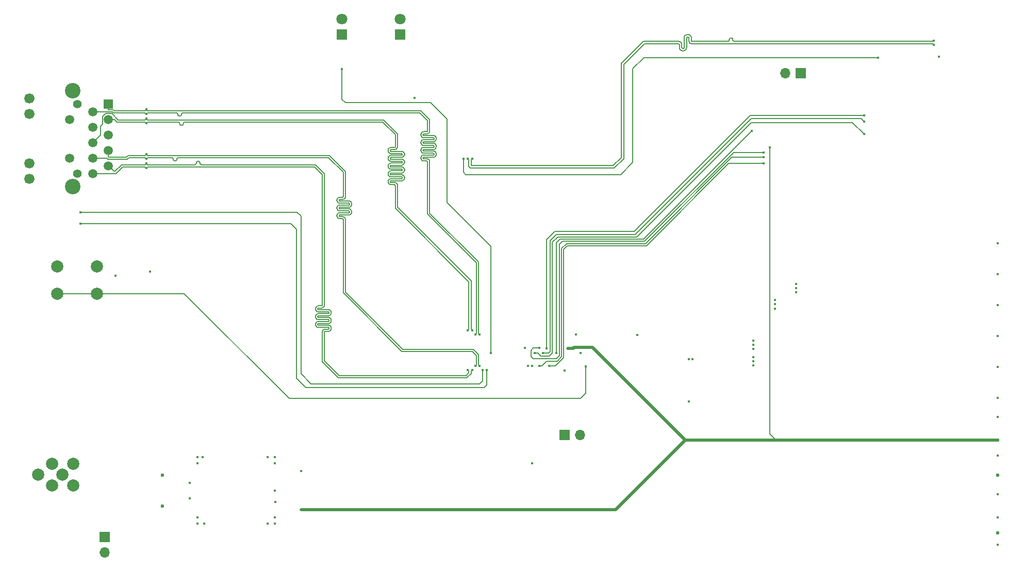
<source format=gbr>
%TF.GenerationSoftware,KiCad,Pcbnew,5.1.9+dfsg1-1~bpo10+1*%
%TF.CreationDate,2021-06-04T12:04:03+02:00*%
%TF.ProjectId,vacctrl_rpi,76616363-7472-46c5-9f72-70692e6b6963,1.0*%
%TF.SameCoordinates,Original*%
%TF.FileFunction,Copper,L2,Inr*%
%TF.FilePolarity,Positive*%
%FSLAX46Y46*%
G04 Gerber Fmt 4.6, Leading zero omitted, Abs format (unit mm)*
G04 Created by KiCad (PCBNEW 5.1.9+dfsg1-1~bpo10+1) date 2021-06-04 12:04:03*
%MOMM*%
%LPD*%
G01*
G04 APERTURE LIST*
%TA.AperFunction,ComponentPad*%
%ADD10C,1.680000*%
%TD*%
%TA.AperFunction,ComponentPad*%
%ADD11C,1.508000*%
%TD*%
%TA.AperFunction,ComponentPad*%
%ADD12C,1.408000*%
%TD*%
%TA.AperFunction,ComponentPad*%
%ADD13R,1.508000X1.508000*%
%TD*%
%TA.AperFunction,ComponentPad*%
%ADD14C,2.550000*%
%TD*%
%TA.AperFunction,ComponentPad*%
%ADD15O,1.700000X1.700000*%
%TD*%
%TA.AperFunction,ComponentPad*%
%ADD16R,1.700000X1.700000*%
%TD*%
%TA.AperFunction,ComponentPad*%
%ADD17C,2.000000*%
%TD*%
%TA.AperFunction,ComponentPad*%
%ADD18C,1.800000*%
%TD*%
%TA.AperFunction,ComponentPad*%
%ADD19R,1.800000X1.800000*%
%TD*%
%TA.AperFunction,ViaPad*%
%ADD20C,0.450000*%
%TD*%
%TA.AperFunction,ViaPad*%
%ADD21C,0.600000*%
%TD*%
%TA.AperFunction,Conductor*%
%ADD22C,0.500000*%
%TD*%
%TA.AperFunction,Conductor*%
%ADD23C,0.200000*%
%TD*%
%TA.AperFunction,Conductor*%
%ADD24C,0.191262*%
%TD*%
%TA.AperFunction,Conductor*%
%ADD25C,0.144780*%
%TD*%
G04 APERTURE END LIST*
D10*
%TO.N,Net-(J7-Pad18)*%
%TO.C,J7*%
X67060000Y-82840000D03*
%TO.N,+3V3*%
X67060000Y-80300000D03*
%TO.N,Net-(J7-Pad16)*%
X67060000Y-72100000D03*
%TO.N,+3V3*%
X67060000Y-69560000D03*
D11*
%TO.N,/Ethernet I/F/TR2_TAP*%
X73680000Y-79375000D03*
D12*
%TO.N,/Ethernet I/F/TR3_TAP*%
X74950000Y-81915000D03*
%TO.N,/Ethernet I/F/TR0_TAP*%
X74950000Y-70485000D03*
D11*
%TO.N,/Ethernet I/F/TR1_TAP*%
X73680000Y-73025000D03*
%TO.N,/Ethernet I/F/ETH_3_N*%
X77470000Y-81915000D03*
%TO.N,/Ethernet I/F/ETH_3_P*%
X80010000Y-80645000D03*
%TO.N,/Ethernet I/F/ETH_2_N*%
X77470000Y-79375000D03*
%TO.N,/Ethernet I/F/ETH_2_P*%
X80010000Y-78105000D03*
%TO.N,/Ethernet I/F/ETH_1_N*%
X77470000Y-76835000D03*
%TO.N,Net-(C1-Pad2)*%
X80010000Y-75565000D03*
X77470000Y-74295000D03*
%TO.N,/Ethernet I/F/ETH_1_P*%
X80010000Y-73025000D03*
%TO.N,/Ethernet I/F/ETH_0_N*%
X77470000Y-71755000D03*
D13*
%TO.N,/Ethernet I/F/ETH_0_P*%
X80010000Y-70485000D03*
D14*
%TO.N,GND*%
X74170000Y-84050000D03*
X74170000Y-68350000D03*
%TD*%
D15*
%TO.N,/Raspi_CM4_GPIO/nRPIBOOT*%
%TO.C,JP2*%
X191135000Y-65405000D03*
D16*
%TO.N,GND*%
X193675000Y-65405000D03*
%TD*%
D15*
%TO.N,GND*%
%TO.C,J4*%
X157480000Y-124904500D03*
D16*
%TO.N,+5V*%
X154940000Y-124904500D03*
%TD*%
D15*
%TO.N,+24V*%
%TO.C,JP1*%
X79375000Y-144145000D03*
D16*
%TO.N,Net-(J6-Pad2)*%
X79375000Y-141605000D03*
%TD*%
D17*
%TO.N,GND1*%
%TO.C,J6*%
X68500000Y-131400000D03*
%TO.N,Net-(J6-Pad5)*%
X72500000Y-131400000D03*
%TO.N,/RS485 I/F/RS485-D-*%
X70732233Y-129632233D03*
%TO.N,GND1*%
X70732233Y-133167767D03*
%TO.N,Net-(J6-Pad2)*%
X74267767Y-133167767D03*
%TO.N,/RS485 I/F/RS485-D+*%
X74267767Y-129632233D03*
%TD*%
%TO.N,Net-(SW1-Pad1)*%
%TO.C,SW1*%
X78105000Y-97155000D03*
%TO.N,/Raspi_CM4_GPIO/GLOBAL_EN*%
X78105000Y-101655000D03*
%TO.N,Net-(SW1-Pad1)*%
X71605000Y-97155000D03*
%TO.N,/Raspi_CM4_GPIO/GLOBAL_EN*%
X71605000Y-101655000D03*
%TD*%
D18*
%TO.N,+3V3*%
%TO.C,D2*%
X118364000Y-56515000D03*
D19*
%TO.N,Net-(D2-Pad1)*%
X118364000Y-59055000D03*
%TD*%
D18*
%TO.N,+3V3*%
%TO.C,D1*%
X127889000Y-56515000D03*
D19*
%TO.N,Net-(D1-Pad1)*%
X127889000Y-59055000D03*
%TD*%
D20*
%TO.N,GND*%
X107315000Y-138430000D03*
X107315000Y-139446000D03*
X106172000Y-139446000D03*
X107315000Y-129540000D03*
X107315000Y-128524000D03*
X106172000Y-128524000D03*
X226060000Y-134620000D03*
X226060000Y-121920000D03*
X226060000Y-118745000D03*
X226060000Y-113665000D03*
X226060000Y-108585000D03*
X226060000Y-103505000D03*
X226060000Y-98425000D03*
X226060000Y-93345000D03*
X226060000Y-128270000D03*
X216408000Y-62738000D03*
%TO.N,+3V3*%
X188595000Y-77597000D03*
D21*
X226060000Y-125730000D03*
D20*
X111633000Y-130810000D03*
X111633000Y-137160000D03*
X155448000Y-110617000D03*
%TO.N,GND1*%
X94615000Y-129540000D03*
X94615000Y-128524000D03*
X95504000Y-128524000D03*
X94615000Y-138430000D03*
X94615000Y-139446000D03*
X95758000Y-139446000D03*
X226060000Y-138430000D03*
X226060000Y-142875000D03*
%TO.N,/Raspi_CM4_GPIO/SD_DAT1*%
X151990000Y-110630000D03*
X204089000Y-72390000D03*
%TO.N,/Raspi_CM4_GPIO/SD_DAT0*%
X151390000Y-111380000D03*
X204089000Y-73406000D03*
%TO.N,/Raspi_CM4_GPIO/SD_CLK*%
X149990000Y-111380000D03*
X204089000Y-75438000D03*
%TO.N,/Raspi_CM4_GPIO/SD_CMD*%
X150790000Y-110580000D03*
X187590000Y-78480000D03*
%TO.N,/Raspi_CM4_GPIO/SD_DAT3*%
X150790000Y-113530000D03*
X187590000Y-79280000D03*
%TO.N,/Raspi_CM4_GPIO/SD_DAT2*%
X152390000Y-113530000D03*
X187590000Y-80280000D03*
%TO.N,/Raspi_CM4_GPIO/nRPIBOOT*%
X166840000Y-108430000D03*
%TO.N,/Raspi_CM4_HighSpeed/USB_P*%
X215540000Y-60080000D03*
X139740000Y-79530000D03*
%TO.N,/Raspi_CM4_HighSpeed/USB_N*%
X215540000Y-60780000D03*
X139040000Y-79530000D03*
%TO.N,/Raspi_CM4_GPIO/Pi_nLED_Activity*%
X142790000Y-111380000D03*
X118364000Y-64770000D03*
%TO.N,/Raspi_CM4_HighSpeed/USB_OTG*%
X138290000Y-79530000D03*
X206375000Y-62865000D03*
%TO.N,/Raspi_CM4_GPIO/SD_PWR_ON*%
X153590000Y-111380000D03*
X185674000Y-74930000D03*
%TO.N,/Raspi_CM4_GPIO/GLOBAL_EN*%
X158390000Y-113580000D03*
%TO.N,/Raspi_CM4_GPIO/nPWR_LED*%
X157590000Y-111380000D03*
X130290000Y-69480000D03*
%TO.N,/Raspi_CM4_GPIO/RUN_PG*%
X156790000Y-108380000D03*
X86868000Y-98044000D03*
D21*
%TO.N,+5V*%
X226060000Y-131445000D03*
D20*
X154940000Y-114300000D03*
X81153000Y-98679000D03*
D21*
%TO.N,/RS485 I/F/VISO*%
X88900000Y-131445000D03*
X88900000Y-136525000D03*
D20*
%TO.N,/Backplane I/F/SCL*%
X175940000Y-112430000D03*
%TO.N,/Backplane I/F/SDA*%
X175290000Y-112430000D03*
X175290000Y-119380000D03*
D21*
%TO.N,+24V*%
X226060000Y-140970000D03*
D20*
%TO.N,/RS485 I/F/RS485-D+*%
X93345000Y-132715000D03*
X93345000Y-135255000D03*
%TO.N,/Ethernet I/F/ETH_3_N*%
X139740000Y-114180000D03*
X86233000Y-81026000D03*
%TO.N,/Ethernet I/F/ETH_3_P*%
X139040000Y-114180000D03*
X86233000Y-80264000D03*
%TO.N,/Ethernet I/F/ETH_2_N*%
X86233000Y-79502000D03*
X140240000Y-113530000D03*
%TO.N,/Ethernet I/F/ETH_2_P*%
X86233000Y-78740000D03*
X140940000Y-113530000D03*
%TO.N,/Ethernet I/F/ETH_1_N*%
X139740000Y-107730000D03*
X86233000Y-72898000D03*
%TO.N,/Ethernet I/F/ETH_1_P*%
X86233000Y-73660000D03*
X139040000Y-107730000D03*
%TO.N,/Ethernet I/F/ETH_0_N*%
X86233000Y-72136000D03*
X140240000Y-108380000D03*
%TO.N,/Ethernet I/F/ETH_0_P*%
X86233000Y-71374000D03*
X140940000Y-108380000D03*
%TO.N,/Ethernet I/F/ETH_LEDG*%
X141440000Y-114180000D03*
X75438000Y-88265000D03*
%TO.N,/Ethernet I/F/ETH_LEDY*%
X142140000Y-114180000D03*
X75438000Y-90170000D03*
%TO.N,/RS485 I/F/uart_rts*%
X107315000Y-133985000D03*
X148390000Y-110580000D03*
%TO.N,/RS485 I/F/uart_rx*%
X148890000Y-113530000D03*
X107442000Y-135890000D03*
%TO.N,/RS485 I/F/uart_tx*%
X149590000Y-113530000D03*
X149590000Y-129530000D03*
%TO.N,/Raspi_CM4_GPIO/GPIO26*%
X192950000Y-100050000D03*
%TO.N,/Raspi_CM4_GPIO/GPIO13*%
X192950000Y-101450000D03*
%TO.N,/Raspi_CM4_GPIO/GPIO19*%
X192950000Y-100750000D03*
%TO.N,/Raspi_CM4_GPIO/GPIO06*%
X189500000Y-102700000D03*
%TO.N,/Raspi_CM4_GPIO/GPIO05*%
X189500000Y-103400000D03*
%TO.N,/Raspi_CM4_GPIO/GPIO11*%
X189500000Y-104100000D03*
%TO.N,/Raspi_CM4_GPIO/GPIO10*%
X185890000Y-109380000D03*
%TO.N,/Raspi_CM4_GPIO/GPIO22*%
X185890000Y-110080000D03*
%TO.N,/Raspi_CM4_GPIO/GPIO27*%
X185890000Y-110780000D03*
%TO.N,/Raspi_CM4_GPIO/GPIO04*%
X185890000Y-112080000D03*
%TO.N,/Raspi_CM4_GPIO/GPIO03*%
X185890000Y-112780000D03*
%TO.N,/Raspi_CM4_GPIO/GPIO02*%
X185890000Y-113480000D03*
%TD*%
D22*
%TO.N,+3V3*%
X155448000Y-110617000D02*
X156337000Y-110617000D01*
X156337000Y-110617000D02*
X156464000Y-110490000D01*
X156464000Y-110490000D02*
X159512000Y-110490000D01*
X174752000Y-125730000D02*
X182753000Y-125730000D01*
X159512000Y-110490000D02*
X174752000Y-125730000D01*
D23*
X188595000Y-124714000D02*
X189611000Y-125730000D01*
X188595000Y-77597000D02*
X188595000Y-124714000D01*
D22*
X226060000Y-125730000D02*
X189611000Y-125730000D01*
X189611000Y-125730000D02*
X182753000Y-125730000D01*
X163322000Y-137160000D02*
X170180000Y-130302000D01*
X111633000Y-137160000D02*
X163322000Y-137160000D01*
X169672000Y-130810000D02*
X170180000Y-130302000D01*
X170180000Y-130302000D02*
X174752000Y-125730000D01*
D23*
%TO.N,/Raspi_CM4_GPIO/SD_DAT1*%
X151990000Y-110630000D02*
X151990000Y-92780000D01*
X151990000Y-92780000D02*
X153340000Y-91430000D01*
X153340000Y-91430000D02*
X166390000Y-91430000D01*
X185430000Y-72390000D02*
X166390000Y-91430000D01*
X204089000Y-72390000D02*
X185430000Y-72390000D01*
%TO.N,/Raspi_CM4_GPIO/SD_DAT0*%
X151390000Y-111380000D02*
X152272000Y-111380000D01*
X152272000Y-111380000D02*
X152527000Y-111125000D01*
X152527000Y-111125000D02*
X152527000Y-92964000D01*
X152527000Y-92964000D02*
X153543000Y-91948000D01*
X153543000Y-91948000D02*
X166497000Y-91948000D01*
X166497000Y-91948000D02*
X185547000Y-72898000D01*
X185547000Y-72898000D02*
X203581000Y-72898000D01*
X203581000Y-72898000D02*
X204089000Y-73406000D01*
X204089000Y-73406000D02*
X204089000Y-73406000D01*
%TO.N,/Raspi_CM4_GPIO/SD_CLK*%
X149990000Y-111380000D02*
X150496000Y-111380000D01*
X150496000Y-111380000D02*
X151003000Y-111887000D01*
X151003000Y-111887000D02*
X152400000Y-111887000D01*
X152400000Y-111887000D02*
X152908000Y-111379000D01*
X152908000Y-111379000D02*
X152908000Y-93218000D01*
X152908000Y-93218000D02*
X153797000Y-92329000D01*
X153797000Y-92329000D02*
X166751000Y-92329000D01*
X166751000Y-92329000D02*
X185547000Y-73533000D01*
X185547000Y-73533000D02*
X202184000Y-73533000D01*
X202184000Y-73533000D02*
X204089000Y-75438000D01*
%TO.N,/Raspi_CM4_GPIO/SD_CMD*%
X150790000Y-110580000D02*
X149790000Y-110580000D01*
X149790000Y-110580000D02*
X149390000Y-110980000D01*
X149390000Y-110980000D02*
X149390000Y-111980000D01*
X149390000Y-111980000D02*
X149790000Y-112380000D01*
X149790000Y-112380000D02*
X153590000Y-112380000D01*
X153590000Y-112380000D02*
X154090000Y-111880000D01*
X154090000Y-93580000D02*
X154590000Y-93080000D01*
X154090000Y-111880000D02*
X154090000Y-93580000D01*
X154590000Y-93080000D02*
X168090000Y-93080000D01*
X168090000Y-93080000D02*
X182690000Y-78480000D01*
X182690000Y-78480000D02*
X187590000Y-78480000D01*
X187590000Y-78480000D02*
X187590000Y-78480000D01*
%TO.N,/Raspi_CM4_GPIO/SD_DAT3*%
X187590000Y-79280000D02*
X187590000Y-79280000D01*
X168240000Y-93430000D02*
X182390000Y-79280000D01*
X155240000Y-93430000D02*
X168240000Y-93430000D01*
X151190000Y-113530000D02*
X151990000Y-112730000D01*
X182390000Y-79280000D02*
X187590000Y-79280000D01*
X150790000Y-113530000D02*
X151190000Y-113530000D01*
X154440000Y-112030000D02*
X154440000Y-94230000D01*
X151990000Y-112730000D02*
X153740000Y-112730000D01*
X153740000Y-112730000D02*
X154440000Y-112030000D01*
X154440000Y-94230000D02*
X155240000Y-93430000D01*
%TO.N,/Raspi_CM4_GPIO/SD_DAT2*%
X152390000Y-113530000D02*
X153440000Y-113530000D01*
X153440000Y-113530000D02*
X154790000Y-112180000D01*
X154790000Y-94380000D02*
X155390000Y-93780000D01*
X154790000Y-112180000D02*
X154790000Y-94380000D01*
X155390000Y-93780000D02*
X168390000Y-93780000D01*
X168390000Y-93780000D02*
X181890000Y-80280000D01*
X181890000Y-80280000D02*
X187590000Y-80280000D01*
X187590000Y-80280000D02*
X187590000Y-80280000D01*
D24*
%TO.N,/Raspi_CM4_HighSpeed/USB_P*%
X215387231Y-60232769D02*
X215540000Y-60080000D01*
X182788290Y-60225420D02*
X182853521Y-60232769D01*
X182624331Y-60122397D02*
X182670748Y-60168814D01*
X174763267Y-59209675D02*
X174867906Y-59143926D01*
X174675881Y-59297061D02*
X174763267Y-59209675D01*
X174610132Y-59401700D02*
X174675881Y-59297061D01*
X174177750Y-61227563D02*
X174191895Y-61267989D01*
X174569315Y-59518347D02*
X174610132Y-59401700D01*
X181850003Y-60168814D02*
X181896420Y-60122397D01*
X182853521Y-60232769D02*
X215387231Y-60232769D01*
X182589406Y-60066815D02*
X182624331Y-60122397D01*
X181931345Y-60066815D02*
X181953026Y-60004855D01*
X174406776Y-61371470D02*
X174447202Y-61357325D01*
X182670748Y-60168814D02*
X182726330Y-60203739D01*
X182567725Y-60004855D02*
X182589406Y-60066815D01*
X174281231Y-61357325D02*
X174321657Y-61371470D01*
X175713090Y-59518347D02*
X175726927Y-59641151D01*
X174244967Y-61334538D02*
X174281231Y-61357325D01*
X174513751Y-61304253D02*
X174536538Y-61267989D01*
X173743880Y-60246605D02*
X173860527Y-60287422D01*
X182553026Y-59874393D02*
X182567725Y-60004855D01*
X174321657Y-61371470D02*
X174364217Y-61376266D01*
X174555479Y-59641151D02*
X174569315Y-59518347D01*
X174172955Y-61185004D02*
X174177750Y-61227563D01*
X164242769Y-79298303D02*
X164242769Y-63848303D01*
X175519138Y-59209675D02*
X175606524Y-59297061D01*
X139587231Y-79682769D02*
X139587231Y-80598303D01*
X181794421Y-60203739D02*
X181850003Y-60168814D01*
X167858303Y-60232769D02*
X173621076Y-60232769D01*
X182726330Y-60203739D02*
X182788290Y-60225420D01*
X174214682Y-61304253D02*
X174244967Y-61334538D01*
X139740000Y-79530000D02*
X139587231Y-79682769D01*
X181989406Y-59812433D02*
X182024331Y-59756851D01*
X174052552Y-60440557D02*
X174118301Y-60545196D01*
X173965166Y-60353171D02*
X174052552Y-60440557D01*
X174867906Y-59143926D02*
X174984553Y-59103109D01*
X174118301Y-60545196D02*
X174159118Y-60661843D01*
X139587231Y-80598303D02*
X139621697Y-80632769D01*
X182070748Y-59710434D02*
X182126330Y-59675509D01*
X182126330Y-59675509D02*
X182188290Y-59653828D01*
X174172955Y-60784647D02*
X174172955Y-61185004D01*
X173860527Y-60287422D02*
X173965166Y-60353171D01*
X175175048Y-59089272D02*
X175297852Y-59103109D01*
X174550683Y-61227563D02*
X174555479Y-61185004D01*
X175297852Y-59103109D02*
X175414499Y-59143926D01*
X174984553Y-59103109D02*
X175107357Y-59089272D01*
X175414499Y-59143926D02*
X175519138Y-59209675D01*
X181732461Y-60225420D02*
X181794421Y-60203739D01*
X174159118Y-60661843D02*
X174172955Y-60784647D01*
X182496420Y-59756851D02*
X182531345Y-59812433D01*
X175672273Y-59401700D02*
X175713090Y-59518347D01*
X182450003Y-59710434D02*
X182496420Y-59756851D01*
X175726927Y-59641151D02*
X175726927Y-60041507D01*
X174447202Y-61357325D02*
X174483466Y-61334538D01*
X174191895Y-61267989D02*
X174214682Y-61304253D01*
X175745867Y-60124493D02*
X175768654Y-60160757D01*
X182024331Y-59756851D02*
X182070748Y-59710434D01*
X175768654Y-60160757D02*
X175798939Y-60191042D01*
X175726927Y-60041507D02*
X175731722Y-60084067D01*
X175798939Y-60191042D02*
X175835203Y-60213829D01*
X175107357Y-59089272D02*
X175175048Y-59089272D01*
X175875629Y-60227974D02*
X175918189Y-60232769D01*
X175606524Y-59297061D02*
X175672273Y-59401700D01*
X174536538Y-61267989D02*
X174550683Y-61227563D01*
X181667231Y-60232769D02*
X181732461Y-60225420D01*
X175835203Y-60213829D02*
X175875629Y-60227974D01*
X181896420Y-60122397D02*
X181931345Y-60066815D01*
X175918189Y-60232769D02*
X181667231Y-60232769D01*
X181953026Y-60004855D02*
X181967725Y-59874393D01*
X175731722Y-60084067D02*
X175745867Y-60124493D01*
X181967725Y-59874393D02*
X181989406Y-59812433D01*
X174364217Y-61376266D02*
X174406776Y-61371470D01*
X162908303Y-80632769D02*
X164242769Y-79298303D01*
X182188290Y-59653828D02*
X182253521Y-59646478D01*
X174555479Y-61185004D02*
X174555479Y-59641151D01*
X182253521Y-59646478D02*
X182267231Y-59646478D01*
X173621076Y-60232769D02*
X173743880Y-60246605D01*
X182267231Y-59646478D02*
X182332461Y-59653828D01*
X174483466Y-61334538D02*
X174513751Y-61304253D01*
X182332461Y-59653828D02*
X182394421Y-59675509D01*
X164242769Y-63848303D02*
X167858303Y-60232769D01*
X182394421Y-59675509D02*
X182450003Y-59710434D01*
X139621697Y-80632769D02*
X162908303Y-80632769D01*
X182531345Y-59812433D02*
X182553026Y-59874393D01*
%TO.N,/Raspi_CM4_HighSpeed/USB_N*%
X215387231Y-60627231D02*
X215540000Y-60780000D01*
X175540253Y-60506829D02*
X175644892Y-60572578D01*
X175346301Y-60198157D02*
X175387118Y-60314804D01*
X175332465Y-59674996D02*
X175332465Y-60075353D01*
X175327669Y-59632437D02*
X175332465Y-59674996D01*
X175313524Y-59592011D02*
X175327669Y-59632437D01*
X175290737Y-59555747D02*
X175313524Y-59592011D01*
X175224188Y-59502675D02*
X175260452Y-59525462D01*
X175183762Y-59488530D02*
X175224188Y-59502675D01*
X175098643Y-59488530D02*
X175141203Y-59483734D01*
X174949941Y-61218849D02*
X174949941Y-59674996D01*
X174936104Y-61341653D02*
X174949941Y-61218849D01*
X174895287Y-61458300D02*
X174936104Y-61341653D01*
X174637513Y-61716074D02*
X174742152Y-61650325D01*
X174520866Y-61756891D02*
X174637513Y-61716074D01*
X174398062Y-61770728D02*
X174520866Y-61756891D01*
X174742152Y-61650325D02*
X174829538Y-61562939D01*
X174968881Y-59592011D02*
X174991668Y-59555747D01*
X175058217Y-59502675D02*
X175098643Y-59488530D01*
X173759552Y-60735507D02*
X173773697Y-60775933D01*
X174330371Y-61770728D02*
X174398062Y-61770728D01*
X174949941Y-59674996D02*
X174954736Y-59632437D01*
X175387118Y-60314804D02*
X175452867Y-60419443D01*
X173833146Y-61458300D02*
X173898895Y-61562939D01*
X175332465Y-60075353D02*
X175346301Y-60198157D01*
X175021953Y-59525462D02*
X175058217Y-59502675D01*
X173736765Y-60699243D02*
X173759552Y-60735507D01*
X174207567Y-61756891D02*
X174330371Y-61770728D01*
X173898895Y-61562939D02*
X173986281Y-61650325D01*
X175884343Y-60627231D02*
X215387231Y-60627231D01*
X175141203Y-59483734D02*
X175183762Y-59488530D01*
X163071697Y-81027231D02*
X164637231Y-79461697D01*
X174829538Y-61562939D02*
X174895287Y-61458300D01*
X173792329Y-61341653D02*
X173833146Y-61458300D01*
X175761539Y-60613395D02*
X175884343Y-60627231D01*
X175260452Y-59525462D02*
X175290737Y-59555747D01*
X175452867Y-60419443D02*
X175540253Y-60506829D01*
X173587231Y-60627231D02*
X173629790Y-60632026D01*
X168021697Y-60627231D02*
X173587231Y-60627231D01*
X139458303Y-81027231D02*
X163071697Y-81027231D01*
X173773697Y-60775933D02*
X173778493Y-60818493D01*
X175644892Y-60572578D02*
X175761539Y-60613395D01*
X173986281Y-61650325D02*
X174090920Y-61716074D01*
X139040000Y-79530000D02*
X139192769Y-79682769D01*
X174991668Y-59555747D02*
X175021953Y-59525462D01*
X173706480Y-60668958D02*
X173736765Y-60699243D01*
X139192769Y-79682769D02*
X139192769Y-80761697D01*
X164637231Y-79461697D02*
X164637231Y-64011697D01*
X139192769Y-80761697D02*
X139458303Y-81027231D01*
X164637231Y-64011697D02*
X168021697Y-60627231D01*
X173778493Y-60818493D02*
X173778493Y-61218849D01*
X174954736Y-59632437D02*
X174968881Y-59592011D01*
X173629790Y-60632026D02*
X173670216Y-60646171D01*
X173670216Y-60646171D02*
X173706480Y-60668958D01*
X173778493Y-61218849D02*
X173792329Y-61341653D01*
X174090920Y-61716074D02*
X174207567Y-61756891D01*
D23*
%TO.N,/Raspi_CM4_GPIO/Pi_nLED_Activity*%
X142790000Y-111380000D02*
X142790000Y-93880000D01*
X142790000Y-93880000D02*
X135590000Y-86680000D01*
X135590000Y-86680000D02*
X135590000Y-72980000D01*
X135590000Y-72980000D02*
X132890000Y-70280000D01*
X132890000Y-70280000D02*
X118921000Y-70280000D01*
X118921000Y-70280000D02*
X118364000Y-69723000D01*
X118364000Y-69723000D02*
X118364000Y-64770000D01*
X118364000Y-64770000D02*
X118364000Y-64770000D01*
%TO.N,/Raspi_CM4_HighSpeed/USB_OTG*%
X138290000Y-81730000D02*
X138290000Y-79530000D01*
X206375000Y-62865000D02*
X167944800Y-62865000D01*
X164140000Y-82080000D02*
X138640000Y-82080000D01*
X166140000Y-80080000D02*
X164140000Y-82080000D01*
X166140000Y-64669800D02*
X166140000Y-80080000D01*
X167944800Y-62865000D02*
X166140000Y-64669800D01*
X138640000Y-82080000D02*
X138290000Y-81730000D01*
%TO.N,/Raspi_CM4_GPIO/SD_PWR_ON*%
X167894000Y-92710000D02*
X185674000Y-74930000D01*
X154178000Y-92710000D02*
X167894000Y-92710000D01*
X153590000Y-111380000D02*
X153590000Y-93298000D01*
X153590000Y-93298000D02*
X154178000Y-92710000D01*
%TO.N,/Raspi_CM4_GPIO/GLOBAL_EN*%
X158390000Y-113580000D02*
X158390000Y-118030000D01*
X158390000Y-118030000D02*
X157540000Y-118880000D01*
X157540000Y-118880000D02*
X109690000Y-118880000D01*
X92465000Y-101655000D02*
X78105000Y-101655000D01*
X109690000Y-118880000D02*
X92465000Y-101655000D01*
X78105000Y-101655000D02*
X71605000Y-101655000D01*
%TO.N,/Raspi_CM4_GPIO/nPWR_LED*%
X130290000Y-69480000D02*
X130290000Y-69480000D01*
D25*
%TO.N,/Ethernet I/F/ETH_3_N*%
X86025990Y-80818990D02*
X86233000Y-81026000D01*
X77470000Y-81915000D02*
X81272060Y-81915000D01*
X81272060Y-81915000D02*
X82368070Y-80818990D01*
X82368070Y-80818990D02*
X86025990Y-80818990D01*
X113846930Y-80818990D02*
X86440010Y-80818990D01*
X115142010Y-103517210D02*
X115142010Y-82114070D01*
X115127673Y-103580027D02*
X115138381Y-103549426D01*
X115087499Y-103630403D02*
X115110424Y-103607478D01*
X114293275Y-103707968D02*
X114391408Y-103673630D01*
X114205243Y-103763282D02*
X114293275Y-103707968D01*
X114131727Y-103836798D02*
X114205243Y-103763282D01*
X114076413Y-103924830D02*
X114131727Y-103836798D01*
X114030434Y-104126276D02*
X114042075Y-104022963D01*
X114042075Y-104286536D02*
X114030434Y-104183223D01*
X114076413Y-104384669D02*
X114042075Y-104286536D01*
X114391408Y-104635869D02*
X114293275Y-104601531D01*
X114494721Y-104647510D02*
X114391408Y-104635869D01*
X116108806Y-104647510D02*
X114494721Y-104647510D01*
X116141022Y-104651139D02*
X116108806Y-104647510D01*
X116171623Y-104661847D02*
X116141022Y-104651139D01*
X115110424Y-103607478D02*
X115127673Y-103580027D01*
X116199074Y-104679096D02*
X116171623Y-104661847D01*
X116221999Y-104702021D02*
X116199074Y-104679096D01*
X116171623Y-104922732D02*
X116199074Y-104905483D01*
X116141022Y-104933440D02*
X116171623Y-104922732D01*
X116108806Y-104937070D02*
X116141022Y-104933440D01*
X114391408Y-104948710D02*
X114494721Y-104937070D01*
X114293275Y-104983048D02*
X114391408Y-104948710D01*
X114076413Y-105199910D02*
X114131727Y-105111878D01*
X114042075Y-105298043D02*
X114076413Y-105199910D01*
X114042075Y-105561616D02*
X114030434Y-105458303D01*
X116199074Y-104905483D02*
X116221999Y-104882558D01*
X114131727Y-105747781D02*
X114076413Y-105659749D01*
X114293275Y-105876611D02*
X114205243Y-105821297D01*
X114494721Y-105922590D02*
X114391408Y-105910949D01*
X116108806Y-105922590D02*
X114494721Y-105922590D01*
X116141022Y-105926219D02*
X116108806Y-105922590D01*
X116199074Y-105954176D02*
X116171623Y-105936927D01*
X116221999Y-105977101D02*
X116199074Y-105954176D01*
X114076413Y-105659749D02*
X114042075Y-105561616D01*
X116239248Y-106004552D02*
X116221999Y-105977101D01*
X116253586Y-104792290D02*
X116249956Y-104760073D01*
X116253586Y-106067370D02*
X116249956Y-106035153D01*
X116249956Y-106099586D02*
X116253586Y-106067370D01*
X116239248Y-106130187D02*
X116249956Y-106099586D01*
X114205243Y-105038362D02*
X114293275Y-104983048D01*
X116249956Y-104824506D02*
X116253586Y-104792290D01*
X116171623Y-106197812D02*
X116199074Y-106180563D01*
X114391408Y-107186029D02*
X114293275Y-107151691D01*
X115029447Y-103658360D02*
X115060048Y-103647652D01*
X116249956Y-104760073D02*
X116239248Y-104729472D01*
X114042075Y-106836696D02*
X114030434Y-106733383D01*
X116239248Y-104729472D02*
X116221999Y-104702021D01*
X116199074Y-107229256D02*
X116171623Y-107212007D01*
X116221999Y-107252181D02*
X116199074Y-107229256D01*
X114030434Y-106676436D02*
X114042075Y-106573123D01*
X115243302Y-107662038D02*
X115316818Y-107588522D01*
X116221999Y-104882558D02*
X116239248Y-104855107D01*
X114131727Y-105111878D02*
X114205243Y-105038362D01*
X114030434Y-104183223D02*
X114030434Y-104126276D01*
X114293275Y-104601531D02*
X114205243Y-104546217D01*
X116199074Y-106180563D02*
X116221999Y-106157638D01*
X115142010Y-112848070D02*
X115142010Y-107951516D01*
X114494721Y-103661990D02*
X114997230Y-103661990D01*
X114494721Y-104937070D02*
X116108806Y-104937070D01*
X114030434Y-105401356D02*
X114042075Y-105298043D01*
X116108806Y-107197670D02*
X114494721Y-107197670D01*
X117783930Y-115489990D02*
X115142010Y-112848070D01*
X114997230Y-103661990D02*
X115029447Y-103658360D01*
X115138381Y-103549426D02*
X115142010Y-103517210D01*
X115153650Y-107848203D02*
X115187988Y-107750070D01*
X115060048Y-103647652D02*
X115087499Y-103630403D01*
X115404850Y-107533208D02*
X115502983Y-107498870D01*
X115142010Y-82114070D02*
X113846930Y-80818990D01*
X116239248Y-104855107D02*
X116249956Y-104824506D01*
X114030434Y-105458303D02*
X114030434Y-105401356D01*
X116221999Y-106157638D02*
X116239248Y-106130187D01*
X115142010Y-107951516D02*
X115153650Y-107848203D01*
X114205243Y-104546217D02*
X114131727Y-104472701D01*
X139563990Y-114802070D02*
X138876070Y-115489990D01*
X114042075Y-106573123D02*
X114076413Y-106474990D01*
X115187988Y-107750070D02*
X115243302Y-107662038D01*
X139740000Y-114180000D02*
X139563990Y-114356010D01*
X116199074Y-107455643D02*
X116221999Y-107432718D01*
X114030434Y-106733383D02*
X114030434Y-106676436D01*
X116249956Y-106035153D02*
X116239248Y-106004552D01*
X116108806Y-106212150D02*
X116141022Y-106208520D01*
X114042075Y-104022963D02*
X114076413Y-103924830D01*
X116171623Y-105936927D02*
X116141022Y-105926219D01*
X139563990Y-114356010D02*
X139563990Y-114802070D01*
X114391408Y-106223790D02*
X114494721Y-106212150D01*
X116171623Y-107472892D02*
X116199074Y-107455643D01*
X115606296Y-107487230D02*
X116108806Y-107487230D01*
X114076413Y-106474990D02*
X114131727Y-106386958D01*
X138876070Y-115489990D02*
X117783930Y-115489990D01*
X114494721Y-107197670D02*
X114391408Y-107186029D01*
X114131727Y-107022861D02*
X114076413Y-106934829D01*
X86440010Y-80818990D02*
X86233000Y-81026000D01*
X114391408Y-105910949D02*
X114293275Y-105876611D01*
X115502983Y-107498870D02*
X115606296Y-107487230D01*
X116108806Y-107487230D02*
X116141022Y-107483600D01*
X116141022Y-107483600D02*
X116171623Y-107472892D01*
X116141022Y-106208520D02*
X116171623Y-106197812D01*
X116221999Y-107432718D02*
X116239248Y-107405267D01*
X116239248Y-107405267D02*
X116249956Y-107374666D01*
X116249956Y-107374666D02*
X116253586Y-107342450D01*
X116253586Y-107342450D02*
X116249956Y-107310233D01*
X116249956Y-107310233D02*
X116239248Y-107279632D01*
X116239248Y-107279632D02*
X116221999Y-107252181D01*
X116171623Y-107212007D02*
X116141022Y-107201299D01*
X114205243Y-105821297D02*
X114131727Y-105747781D01*
X115316818Y-107588522D02*
X115404850Y-107533208D01*
X116141022Y-107201299D02*
X116108806Y-107197670D01*
X114391408Y-103673630D02*
X114494721Y-103661990D01*
X114494721Y-106212150D02*
X116108806Y-106212150D01*
X114293275Y-107151691D02*
X114205243Y-107096377D01*
X114205243Y-107096377D02*
X114131727Y-107022861D01*
X114076413Y-106934829D02*
X114042075Y-106836696D01*
X114131727Y-104472701D02*
X114076413Y-104384669D01*
X114131727Y-106386958D02*
X114205243Y-106313442D01*
X114205243Y-106313442D02*
X114293275Y-106258128D01*
X114293275Y-106258128D02*
X114391408Y-106223790D01*
%TO.N,/Ethernet I/F/ETH_3_P*%
X80010000Y-80645000D02*
X80932020Y-81567020D01*
X80932020Y-81567020D02*
X81127920Y-81567020D01*
X82223930Y-80471010D02*
X86025990Y-80471010D01*
X81127920Y-81567020D02*
X82223930Y-80471010D01*
X86025990Y-80471010D02*
X86233000Y-80264000D01*
X139216010Y-114356010D02*
X139040000Y-114180000D01*
X138731930Y-115142010D02*
X139216010Y-114657930D01*
X115489990Y-112703930D02*
X117928070Y-115142010D01*
X115489990Y-107979990D02*
X115489990Y-112703930D01*
X115521576Y-107889721D02*
X115504327Y-107917172D01*
X116137279Y-107835210D02*
X115634770Y-107835210D01*
X116240592Y-107823569D02*
X116137279Y-107835210D01*
X116338725Y-107789231D02*
X116240592Y-107823569D01*
X116601566Y-107370923D02*
X116589925Y-107474236D01*
X116601566Y-107313976D02*
X116601566Y-107370923D01*
X116589925Y-107210663D02*
X116601566Y-107313976D01*
X116500273Y-107024498D02*
X116555587Y-107112530D01*
X116426757Y-106950982D02*
X116500273Y-107024498D01*
X116240592Y-106861330D02*
X116338725Y-106895668D01*
X114490978Y-106846060D02*
X114523194Y-106849690D01*
X114382044Y-106737126D02*
X114392752Y-106767727D01*
X114392752Y-106642092D02*
X114382044Y-106672693D01*
X116426757Y-107733917D02*
X116338725Y-107789231D01*
X114432926Y-106591716D02*
X114410001Y-106614641D01*
X114432926Y-106818103D02*
X114460377Y-106835352D01*
X114460377Y-106574467D02*
X114432926Y-106591716D01*
X114523194Y-106560130D02*
X114490978Y-106563759D01*
X115493619Y-107947773D02*
X115489990Y-107979990D01*
X116137279Y-106560130D02*
X114523194Y-106560130D01*
X116240592Y-106548489D02*
X116137279Y-106560130D01*
X116338725Y-106514151D02*
X116240592Y-106548489D01*
X116500273Y-106385321D02*
X116426757Y-106458837D01*
X116555587Y-106297289D02*
X116500273Y-106385321D01*
X115571952Y-107849547D02*
X115544501Y-107866796D01*
X116500273Y-107660401D02*
X116426757Y-107733917D01*
X114410001Y-106795178D02*
X114432926Y-106818103D01*
X116589925Y-106199156D02*
X116555587Y-106297289D01*
X116589925Y-105935583D02*
X116601566Y-106038896D01*
X116555587Y-105837450D02*
X116589925Y-105935583D01*
X139216010Y-114657930D02*
X139216010Y-114356010D01*
X116500273Y-105749418D02*
X116555587Y-105837450D01*
X116338725Y-105620588D02*
X116426757Y-105675902D01*
X116240592Y-105586250D02*
X116338725Y-105620588D01*
X116137279Y-105574610D02*
X116240592Y-105586250D01*
X114460377Y-105560272D02*
X114490978Y-105570980D01*
X114490978Y-106563759D02*
X114460377Y-106574467D01*
X114432926Y-105543023D02*
X114460377Y-105560272D01*
X114410001Y-105520098D02*
X114432926Y-105543023D01*
X114382044Y-105462046D02*
X114392752Y-105492647D01*
X114378414Y-106704910D02*
X114382044Y-106737126D01*
X115444012Y-103747129D02*
X115388698Y-103835161D01*
X94472025Y-80078280D02*
X94504656Y-80026349D01*
X115634770Y-107835210D02*
X115602553Y-107838839D01*
X115388698Y-103835161D02*
X115315182Y-103908677D01*
X114432926Y-105316636D02*
X114410001Y-105339561D01*
X114490978Y-105570980D02*
X114523194Y-105574610D01*
X115489990Y-81969930D02*
X115489990Y-103545683D01*
X114523194Y-106849690D02*
X116137279Y-106849690D01*
X114382044Y-104122533D02*
X114378414Y-104154750D01*
X115478350Y-103648996D02*
X115444012Y-103747129D01*
X113991070Y-80471010D02*
X115489990Y-81969930D01*
X86440010Y-80471010D02*
X94171010Y-80471010D01*
X114432926Y-104267943D02*
X114460377Y-104285192D01*
X114523194Y-104299530D02*
X116137279Y-104299530D01*
X115504327Y-107917172D02*
X115493619Y-107947773D01*
X116601566Y-106095843D02*
X116589925Y-106199156D01*
X94985147Y-80026349D02*
X95017778Y-80078280D01*
X115602553Y-107838839D02*
X115571952Y-107849547D01*
X95038034Y-80136171D02*
X95051769Y-80258065D01*
X94341778Y-80411256D02*
X94385147Y-80367887D01*
X116555587Y-104562370D02*
X116589925Y-104660503D01*
X94941778Y-79982980D02*
X94985147Y-80026349D01*
X117928070Y-115142010D02*
X138731930Y-115142010D01*
X94889847Y-79950349D02*
X94941778Y-79982980D01*
X95148025Y-80411256D02*
X95199956Y-80443887D01*
X114382044Y-106672693D02*
X114378414Y-106704910D01*
X116601566Y-104820763D02*
X116589925Y-104924076D01*
X94831956Y-79930093D02*
X94889847Y-79950349D01*
X95017778Y-80078280D02*
X95038034Y-80136171D01*
X95051769Y-80258065D02*
X95072025Y-80315956D01*
X114460377Y-105299387D02*
X114432926Y-105316636D01*
X94771010Y-79923225D02*
X94831956Y-79930093D01*
X114410001Y-104064481D02*
X114392752Y-104091932D01*
X95257847Y-80464143D02*
X95318794Y-80471010D01*
X94599956Y-79950349D02*
X94657847Y-79930093D01*
X94171010Y-80471010D02*
X94231956Y-80464143D01*
X94385147Y-80367887D02*
X94417778Y-80315956D01*
X115129017Y-103998329D02*
X115025704Y-104009970D01*
X116555587Y-107112530D02*
X116589925Y-107210663D01*
X114490978Y-104295900D02*
X114523194Y-104299530D01*
X94718794Y-79923225D02*
X94771010Y-79923225D01*
X94231956Y-80464143D02*
X94289847Y-80443887D01*
X114490978Y-105288679D02*
X114460377Y-105299387D01*
X95072025Y-80315956D02*
X95104656Y-80367887D01*
X114460377Y-106835352D02*
X114490978Y-106846060D01*
X116555587Y-105022209D02*
X116500273Y-105110241D01*
X116589925Y-107474236D02*
X116555587Y-107572369D01*
X94417778Y-80315956D02*
X94438034Y-80258065D01*
X116601566Y-104763816D02*
X116601566Y-104820763D01*
X94504656Y-80026349D02*
X94548025Y-79982980D01*
X116426757Y-104400822D02*
X116500273Y-104474338D01*
X94451769Y-80136171D02*
X94472025Y-80078280D01*
X114460377Y-104285192D02*
X114490978Y-104295900D01*
X94548025Y-79982980D02*
X94599956Y-79950349D01*
X94289847Y-80443887D02*
X94341778Y-80411256D01*
X86233000Y-80264000D02*
X86440010Y-80471010D01*
X116338725Y-104345508D02*
X116426757Y-104400822D01*
X94438034Y-80258065D02*
X94451769Y-80136171D01*
X115544501Y-107866796D02*
X115521576Y-107889721D01*
X114392752Y-106767727D02*
X114410001Y-106795178D01*
X94657847Y-79930093D02*
X94718794Y-79923225D01*
X116240592Y-105273409D02*
X116137279Y-105285050D01*
X115227150Y-103963991D02*
X115129017Y-103998329D01*
X114392752Y-105492647D02*
X114410001Y-105520098D01*
X115025704Y-104009970D02*
X114523194Y-104009970D01*
X116601566Y-106038896D02*
X116601566Y-106095843D01*
X114523194Y-104009970D02*
X114490978Y-104013599D01*
X116426757Y-105183757D02*
X116338725Y-105239071D01*
X116338725Y-106895668D02*
X116426757Y-106950982D01*
X114490978Y-104013599D02*
X114460377Y-104024307D01*
X114460377Y-104024307D02*
X114432926Y-104041556D01*
X114432926Y-104041556D02*
X114410001Y-104064481D01*
X95318794Y-80471010D02*
X113991070Y-80471010D01*
X114378414Y-104154750D02*
X114382044Y-104186966D01*
X114382044Y-104186966D02*
X114392752Y-104217567D01*
X114392752Y-104217567D02*
X114410001Y-104245018D01*
X95199956Y-80443887D02*
X95257847Y-80464143D01*
X114392752Y-104091932D02*
X114382044Y-104122533D01*
X116137279Y-104299530D02*
X116240592Y-104311170D01*
X115315182Y-103908677D02*
X115227150Y-103963991D01*
X114410001Y-104245018D02*
X114432926Y-104267943D01*
X116555587Y-107572369D02*
X116500273Y-107660401D01*
X116137279Y-106849690D02*
X116240592Y-106861330D01*
X115489990Y-103545683D02*
X115478350Y-103648996D01*
X114392752Y-105367012D02*
X114382044Y-105397613D01*
X116240592Y-104311170D02*
X116338725Y-104345508D01*
X116589925Y-104660503D02*
X116601566Y-104763816D01*
X116426757Y-106458837D02*
X116338725Y-106514151D01*
X116500273Y-104474338D02*
X116555587Y-104562370D01*
X114382044Y-105397613D02*
X114378414Y-105429830D01*
X114523194Y-105574610D02*
X116137279Y-105574610D01*
X116589925Y-104924076D02*
X116555587Y-105022209D01*
X114523194Y-105285050D02*
X114490978Y-105288679D01*
X116500273Y-105110241D02*
X116426757Y-105183757D01*
X114410001Y-106614641D02*
X114392752Y-106642092D01*
X116426757Y-105675902D02*
X116500273Y-105749418D01*
X116338725Y-105239071D02*
X116240592Y-105273409D01*
X116137279Y-105285050D02*
X114523194Y-105285050D01*
X114378414Y-105429830D02*
X114382044Y-105462046D01*
X95104656Y-80367887D02*
X95148025Y-80411256D01*
X114410001Y-105339561D02*
X114392752Y-105367012D01*
%TO.N,/Ethernet I/F/ETH_2_N*%
X79937930Y-79548990D02*
X83130070Y-79548990D01*
X79763940Y-79375000D02*
X79937930Y-79548990D01*
X77470000Y-79375000D02*
X79763940Y-79375000D01*
X86025990Y-79294990D02*
X86233000Y-79502000D01*
X83384070Y-79294990D02*
X86025990Y-79294990D01*
X83130070Y-79548990D02*
X83384070Y-79294990D01*
X140416010Y-113353990D02*
X140240000Y-113530000D01*
X140416010Y-111802070D02*
X140416010Y-113353990D01*
X118539423Y-89412981D02*
X118556672Y-89440432D01*
X118516498Y-89390056D02*
X118539423Y-89412981D01*
X118489047Y-89372807D02*
X118516498Y-89390056D01*
X118426230Y-89358470D02*
X118458446Y-89362099D01*
X117801770Y-89312491D02*
X117899903Y-89346829D01*
X118571010Y-101545070D02*
X128179930Y-111153990D01*
X117640222Y-89183661D02*
X117713738Y-89257177D01*
X117538930Y-88894183D02*
X117550570Y-88997496D01*
X117538930Y-88837236D02*
X117538930Y-88894183D01*
X117550570Y-88733923D02*
X117538930Y-88837236D01*
X117584908Y-88635790D02*
X117550570Y-88733923D01*
X117713738Y-88474242D02*
X117640222Y-88547758D01*
X118571010Y-89503250D02*
X118571010Y-101545070D01*
X117801770Y-88418928D02*
X117713738Y-88474242D01*
X117640222Y-88547758D02*
X117584908Y-88635790D01*
X118003216Y-88372950D02*
X117899903Y-88384590D01*
X119490527Y-88369320D02*
X119458310Y-88372950D01*
X119521128Y-88358612D02*
X119490527Y-88369320D01*
X119588753Y-88290987D02*
X119571504Y-88318438D01*
X119599461Y-88260386D02*
X119588753Y-88290987D01*
X119588753Y-88165352D02*
X119599461Y-88195953D01*
X119548579Y-88341363D02*
X119521128Y-88358612D01*
X119571504Y-88137901D02*
X119588753Y-88165352D01*
X119548579Y-88114976D02*
X119571504Y-88137901D01*
X119490527Y-88087019D02*
X119521128Y-88097727D01*
X117899903Y-88071749D02*
X118003216Y-88083390D01*
X117640222Y-87908581D02*
X117713738Y-87982097D01*
X117550570Y-87722416D02*
X117584908Y-87820549D01*
X117538930Y-87619103D02*
X117550570Y-87722416D01*
X118571010Y-81733070D02*
X118571010Y-85678010D01*
X91275749Y-79507935D02*
X91296005Y-79450044D01*
X119458310Y-88372950D02*
X118003216Y-88372950D01*
X117538930Y-87562156D02*
X117538930Y-87619103D01*
X91542774Y-79294990D02*
X116132930Y-79294990D01*
X117801770Y-88037411D02*
X117899903Y-88071749D01*
X91241758Y-79687720D02*
X91262014Y-79629829D01*
X90662014Y-79507935D02*
X90675749Y-79629829D01*
X117899903Y-85834430D02*
X117801770Y-85868768D01*
X117899903Y-86796669D02*
X118003216Y-86808310D01*
X91328636Y-79398113D02*
X91372005Y-79354744D01*
X119521128Y-88097727D02*
X119548579Y-88114976D01*
X91165758Y-79783020D02*
X91209127Y-79739651D01*
X117584908Y-89095629D02*
X117640222Y-89183661D01*
X91372005Y-79354744D02*
X91423936Y-79322113D01*
X91423936Y-79322113D02*
X91481827Y-79301857D01*
X119571504Y-86862821D02*
X119588753Y-86890272D01*
X117899903Y-88384590D02*
X117801770Y-88418928D01*
X119458310Y-88083390D02*
X119490527Y-88087019D01*
X116132930Y-79294990D02*
X118571010Y-81733070D01*
X91262014Y-79629829D02*
X91275749Y-79507935D01*
X128179930Y-111153990D02*
X139767930Y-111153990D01*
X117640222Y-87272678D02*
X117584908Y-87360710D01*
X118556672Y-85740827D02*
X118539423Y-85768278D01*
X118539423Y-85768278D02*
X118516498Y-85791203D01*
X118458446Y-85819160D02*
X118426230Y-85822790D01*
X119599461Y-86920873D02*
X119603090Y-86953090D01*
X119599461Y-88195953D02*
X119603090Y-88228170D01*
X117584908Y-87820549D02*
X117640222Y-87908581D01*
X90455936Y-79301857D02*
X90513827Y-79322113D01*
X91296005Y-79450044D02*
X91328636Y-79398113D01*
X90513827Y-79322113D02*
X90565758Y-79354744D01*
X90675749Y-79629829D02*
X90696005Y-79687720D01*
X118571010Y-85678010D02*
X118567380Y-85710226D01*
X118516498Y-85791203D02*
X118489047Y-85808452D01*
X90641758Y-79450044D02*
X90662014Y-79507935D01*
X91113827Y-79815651D02*
X91165758Y-79783020D01*
X90394990Y-79294990D02*
X90455936Y-79301857D01*
X86233000Y-79502000D02*
X86440010Y-79294990D01*
X91055936Y-79835907D02*
X91113827Y-79815651D01*
X117713738Y-89257177D02*
X117801770Y-89312491D01*
X91209127Y-79739651D02*
X91241758Y-79687720D01*
X90772005Y-79783020D02*
X90823936Y-79815651D01*
X90881827Y-79835907D02*
X90942774Y-79842775D01*
X118003216Y-88083390D02*
X119458310Y-88083390D01*
X119490527Y-87094240D02*
X119458310Y-87097870D01*
X90823936Y-79815651D02*
X90881827Y-79835907D01*
X117584908Y-86085630D02*
X117550570Y-86183763D01*
X90696005Y-79687720D02*
X90728636Y-79739651D01*
X119571504Y-87043358D02*
X119548579Y-87066283D01*
X90942774Y-79842775D02*
X90994990Y-79842775D01*
X118489047Y-85808452D02*
X118458446Y-85819160D01*
X118426230Y-85822790D02*
X118003216Y-85822790D01*
X117713738Y-87982097D02*
X117801770Y-88037411D01*
X90565758Y-79354744D02*
X90609127Y-79398113D01*
X117550570Y-86183763D02*
X117538930Y-86287076D01*
X118003216Y-85822790D02*
X117899903Y-85834430D01*
X118567380Y-85710226D02*
X118556672Y-85740827D01*
X117801770Y-85868768D02*
X117713738Y-85924082D01*
X139767930Y-111153990D02*
X140416010Y-111802070D01*
X117538930Y-86287076D02*
X117538930Y-86344023D01*
X117713738Y-86707017D02*
X117801770Y-86762331D01*
X117538930Y-86344023D02*
X117550570Y-86447336D01*
X118003216Y-89358470D02*
X118426230Y-89358470D01*
X117640222Y-86633501D02*
X117713738Y-86707017D01*
X117713738Y-85924082D02*
X117640222Y-85997598D01*
X119458310Y-86808310D02*
X119490527Y-86811939D01*
X117550570Y-86447336D02*
X117584908Y-86545469D01*
X117801770Y-86762331D02*
X117899903Y-86796669D01*
X90728636Y-79739651D02*
X90772005Y-79783020D01*
X119490527Y-86811939D02*
X119521128Y-86822647D01*
X118458446Y-89362099D02*
X118489047Y-89372807D01*
X117550570Y-88997496D02*
X117584908Y-89095629D01*
X90609127Y-79398113D02*
X90641758Y-79450044D01*
X117713738Y-87199162D02*
X117640222Y-87272678D01*
X118556672Y-89440432D02*
X118567380Y-89471033D01*
X119521128Y-86822647D02*
X119548579Y-86839896D01*
X119571504Y-88318438D02*
X119548579Y-88341363D01*
X119521128Y-87083532D02*
X119490527Y-87094240D01*
X118567380Y-89471033D02*
X118571010Y-89503250D01*
X91481827Y-79301857D02*
X91542774Y-79294990D01*
X119548579Y-86839896D02*
X119571504Y-86862821D01*
X117899903Y-89346829D02*
X118003216Y-89358470D01*
X119588753Y-86890272D02*
X119599461Y-86920873D01*
X90994990Y-79842775D02*
X91055936Y-79835907D01*
X117640222Y-85997598D02*
X117584908Y-86085630D01*
X117584908Y-86545469D02*
X117640222Y-86633501D01*
X119603090Y-86953090D02*
X119599461Y-86985306D01*
X119599461Y-86985306D02*
X119588753Y-87015907D01*
X119588753Y-87015907D02*
X119571504Y-87043358D01*
X119548579Y-87066283D02*
X119521128Y-87083532D01*
X119603090Y-88228170D02*
X119599461Y-88260386D01*
X119458310Y-87097870D02*
X118003216Y-87097870D01*
X118003216Y-87097870D02*
X117899903Y-87109510D01*
X117899903Y-87109510D02*
X117801770Y-87143848D01*
X86440010Y-79294990D02*
X90394990Y-79294990D01*
X117801770Y-87143848D02*
X117713738Y-87199162D01*
X117584908Y-87360710D02*
X117550570Y-87458843D01*
X118003216Y-86808310D02*
X119458310Y-86808310D01*
X117550570Y-87458843D02*
X117538930Y-87562156D01*
%TO.N,/Ethernet I/F/ETH_2_P*%
X80010000Y-79128940D02*
X80082070Y-79201010D01*
X80010000Y-78105000D02*
X80010000Y-79128940D01*
X80082070Y-79201010D02*
X82985930Y-79201010D01*
X86025990Y-78947010D02*
X86233000Y-78740000D01*
X82985930Y-79201010D02*
X83239930Y-78947010D01*
X83239930Y-78947010D02*
X86025990Y-78947010D01*
X119486784Y-88720930D02*
X118031690Y-88720930D01*
X117968872Y-88735267D02*
X117941421Y-88752516D01*
X117968872Y-86185107D02*
X117941421Y-86202356D01*
X119905092Y-88458089D02*
X119849778Y-88546121D01*
X140763990Y-113353990D02*
X140940000Y-113530000D01*
X119939430Y-88359956D02*
X119905092Y-88458089D01*
X119939430Y-88096383D02*
X119951070Y-88199696D01*
X119849778Y-87910218D02*
X119905092Y-87998250D01*
X119776262Y-87836702D02*
X119849778Y-87910218D01*
X119688230Y-87781388D02*
X119776262Y-87836702D01*
X117941421Y-88752516D02*
X117918496Y-88775441D01*
X119486784Y-87445850D02*
X118031690Y-87445850D01*
X119590097Y-88709289D02*
X119486784Y-88720930D01*
X116277070Y-78947010D02*
X118918990Y-81588930D01*
X118031690Y-89010490D02*
X118454703Y-89010490D01*
X119951070Y-88256643D02*
X119939430Y-88359956D01*
X118031690Y-86170770D02*
X117999473Y-86174399D01*
X117918496Y-87680898D02*
X117941421Y-87703823D01*
X117890539Y-87558413D02*
X117886910Y-87590630D01*
X117918496Y-87500361D02*
X117901247Y-87527812D01*
X119939430Y-87084876D02*
X119905092Y-87183009D01*
X117999473Y-87449479D02*
X117968872Y-87460187D01*
X119486784Y-87735410D02*
X119590097Y-87747050D01*
X117968872Y-87721072D02*
X117999473Y-87731780D01*
X119905092Y-87183009D02*
X119849778Y-87271041D01*
X118031690Y-87735410D02*
X119486784Y-87735410D01*
X117890539Y-87622846D02*
X117901247Y-87653447D01*
X119849778Y-88546121D02*
X119776262Y-88619637D01*
X118817697Y-85995961D02*
X118744181Y-86069477D01*
X118873011Y-89273330D02*
X118907349Y-89371463D01*
X118558016Y-86159129D02*
X118454703Y-86170770D01*
X117918496Y-88955978D02*
X117941421Y-88978903D01*
X118817697Y-89185298D02*
X118873011Y-89273330D01*
X119849778Y-87271041D02*
X119776262Y-87344557D01*
X119849778Y-86635138D02*
X119905092Y-86723170D01*
X118656149Y-86124791D02*
X118558016Y-86159129D01*
X117886910Y-87590630D02*
X117890539Y-87622846D01*
X119590097Y-87434209D02*
X119486784Y-87445850D01*
X117901247Y-87653447D02*
X117918496Y-87680898D01*
X118744181Y-86069477D02*
X118656149Y-86124791D01*
X117901247Y-86378367D02*
X117918496Y-86405818D01*
X117999473Y-87731780D02*
X118031690Y-87735410D01*
X86440010Y-78947010D02*
X116277070Y-78947010D01*
X117901247Y-86252732D02*
X117890539Y-86283333D01*
X119688230Y-88674951D02*
X119590097Y-88709289D01*
X117968872Y-86445992D02*
X117999473Y-86456700D01*
X117901247Y-87527812D02*
X117890539Y-87558413D01*
X119776262Y-86561622D02*
X119849778Y-86635138D01*
X117941421Y-86202356D02*
X117918496Y-86225281D01*
X118744181Y-89111782D02*
X118817697Y-89185298D01*
X118918990Y-101400930D02*
X128324070Y-110806010D01*
X118918990Y-85706483D02*
X118907349Y-85809796D01*
X86233000Y-78740000D02*
X86440010Y-78947010D01*
X117890539Y-86347766D02*
X117901247Y-86378367D01*
X117918496Y-86225281D02*
X117901247Y-86252732D01*
X118873011Y-85907929D02*
X118817697Y-85995961D01*
X118031690Y-86460330D02*
X119486784Y-86460330D01*
X119688230Y-87399871D02*
X119590097Y-87434209D01*
X117890539Y-86283333D02*
X117886910Y-86315550D01*
X119590097Y-86471970D02*
X119688230Y-86506308D01*
X117999473Y-89006860D02*
X118031690Y-89010490D01*
X117918496Y-86405818D02*
X117941421Y-86428743D01*
X117941421Y-86428743D02*
X117968872Y-86445992D01*
X117968872Y-87460187D02*
X117941421Y-87477436D01*
X119905092Y-86723170D02*
X119939430Y-86821303D01*
X118907349Y-85809796D02*
X118873011Y-85907929D01*
X119590097Y-87747050D02*
X119688230Y-87781388D01*
X118454703Y-86170770D02*
X118031690Y-86170770D01*
X118558016Y-89022130D02*
X118656149Y-89056468D01*
X119951070Y-86924616D02*
X119951070Y-86981563D01*
X119688230Y-86506308D02*
X119776262Y-86561622D01*
X119776262Y-88619637D02*
X119688230Y-88674951D01*
X117886910Y-86315550D02*
X117890539Y-86347766D01*
X119939430Y-86821303D02*
X119951070Y-86924616D01*
X117941421Y-87477436D02*
X117918496Y-87500361D01*
X117918496Y-88775441D02*
X117901247Y-88802892D01*
X117941421Y-87703823D02*
X117968872Y-87721072D01*
X117901247Y-88802892D02*
X117890539Y-88833493D01*
X117890539Y-88833493D02*
X117886910Y-88865710D01*
X118918990Y-81588930D02*
X118918990Y-85706483D01*
X117886910Y-88865710D02*
X117890539Y-88897926D01*
X117890539Y-88897926D02*
X117901247Y-88928527D01*
X117901247Y-88928527D02*
X117918496Y-88955978D01*
X117941421Y-88978903D02*
X117968872Y-88996152D01*
X119905092Y-87998250D02*
X119939430Y-88096383D01*
X117968872Y-88996152D02*
X117999473Y-89006860D01*
X118454703Y-89010490D02*
X118558016Y-89022130D01*
X119951070Y-88199696D02*
X119951070Y-88256643D01*
X117999473Y-86174399D02*
X117968872Y-86185107D01*
X118907349Y-89371463D02*
X118918990Y-89474776D01*
X118656149Y-89056468D02*
X118744181Y-89111782D01*
X118031690Y-87445850D02*
X117999473Y-87449479D01*
X118031690Y-88720930D02*
X117999473Y-88724559D01*
X119776262Y-87344557D02*
X119688230Y-87399871D01*
X118918990Y-89474776D02*
X118918990Y-101400930D01*
X128324070Y-110806010D02*
X139912070Y-110806010D01*
X139912070Y-110806010D02*
X140763990Y-111657930D01*
X119951070Y-86981563D02*
X119939430Y-87084876D01*
X117999473Y-86456700D02*
X118031690Y-86460330D01*
X140763990Y-111657930D02*
X140763990Y-113353990D01*
X119486784Y-86460330D02*
X119590097Y-86471970D01*
X117999473Y-88724559D02*
X117968872Y-88735267D01*
%TO.N,/Ethernet I/F/ETH_1_N*%
X86233000Y-72898000D02*
X86233000Y-73025000D01*
X80572669Y-72071609D02*
X81606070Y-73105010D01*
X78740000Y-75565000D02*
X78740000Y-74168000D01*
X78740000Y-74168000D02*
X79056609Y-73851391D01*
X77470000Y-76835000D02*
X78740000Y-75565000D01*
X79056609Y-73851391D02*
X79056609Y-72581391D01*
X79056609Y-72581391D02*
X79566391Y-72071609D01*
X79566391Y-72071609D02*
X80572669Y-72071609D01*
X127452349Y-83757623D02*
X127463990Y-83860936D01*
X127418011Y-83659490D02*
X127452349Y-83757623D01*
X127362697Y-83571458D02*
X127418011Y-83659490D01*
X127289181Y-83497942D02*
X127362697Y-83571458D01*
X126293629Y-83284086D02*
X126304337Y-83314687D01*
X126290000Y-83251870D02*
X126293629Y-83284086D01*
X126402563Y-83110719D02*
X126371962Y-83121427D01*
X126434780Y-83107090D02*
X126402563Y-83110719D01*
X128277007Y-83095449D02*
X128173694Y-83107090D01*
X128626340Y-82482543D02*
X128637980Y-82585856D01*
X126344511Y-82089983D02*
X126371962Y-82107232D01*
X126304337Y-82039607D02*
X126321586Y-82067058D01*
X126293629Y-82009006D02*
X126304337Y-82039607D01*
X126290000Y-81976790D02*
X126293629Y-82009006D01*
X126293629Y-81944573D02*
X126290000Y-81976790D01*
X126344511Y-81863596D02*
X126321586Y-81886521D01*
X126371962Y-81846347D02*
X126344511Y-81863596D01*
X126402563Y-81835639D02*
X126371962Y-81846347D01*
X126434780Y-81832010D02*
X126402563Y-81835639D01*
X128173694Y-81832010D02*
X126434780Y-81832010D01*
X128375140Y-81786031D02*
X128277007Y-81820369D01*
X128463172Y-81730717D02*
X128375140Y-81786031D01*
X128592002Y-82844249D02*
X128536688Y-82932281D01*
X128637980Y-81367723D02*
X128626340Y-81471036D01*
X128173694Y-83107090D02*
X126434780Y-83107090D01*
X128637980Y-81310776D02*
X128637980Y-81367723D01*
X128626340Y-81207463D02*
X128637980Y-81310776D01*
X128592002Y-81109330D02*
X128626340Y-81207463D01*
X128536688Y-81021298D02*
X128592002Y-81109330D01*
X128375140Y-80892468D02*
X128463172Y-80947782D01*
X128375140Y-83061111D02*
X128277007Y-83095449D01*
X128277007Y-80858130D02*
X128375140Y-80892468D01*
X128463172Y-83005797D02*
X128375140Y-83061111D01*
X128173694Y-80846490D02*
X128277007Y-80858130D01*
X127463990Y-87457930D02*
X139563990Y-99557930D01*
X126434780Y-80846490D02*
X128173694Y-80846490D01*
X126371962Y-80832152D02*
X126402563Y-80842860D01*
X126344511Y-80814903D02*
X126371962Y-80832152D01*
X126321586Y-80791978D02*
X126344511Y-80814903D01*
X126304337Y-80764527D02*
X126321586Y-80791978D01*
X126293629Y-80733926D02*
X126304337Y-80764527D01*
X126290000Y-80701710D02*
X126293629Y-80733926D01*
X126293629Y-80669493D02*
X126290000Y-80701710D01*
X126304337Y-80638892D02*
X126293629Y-80669493D01*
X126321586Y-80611441D02*
X126304337Y-80638892D01*
X126344511Y-80588516D02*
X126321586Y-80611441D01*
X126371962Y-80571267D02*
X126344511Y-80588516D01*
X126402563Y-80560559D02*
X126371962Y-80571267D01*
X126434780Y-80556930D02*
X126402563Y-80560559D01*
X128173694Y-80556930D02*
X126434780Y-80556930D01*
X128375140Y-80510951D02*
X128277007Y-80545289D01*
X128463172Y-80455637D02*
X128375140Y-80510951D01*
X128536688Y-80382121D02*
X128463172Y-80455637D01*
X128626340Y-80195956D02*
X128592002Y-80294089D01*
X126321586Y-81886521D02*
X126304337Y-81913972D01*
X128637980Y-80092643D02*
X128626340Y-80195956D01*
X128592002Y-79834250D02*
X128626340Y-79932383D01*
X128536688Y-79746218D02*
X128592002Y-79834250D01*
X128463172Y-79672702D02*
X128536688Y-79746218D01*
X128375140Y-79617388D02*
X128463172Y-79672702D01*
X126293629Y-83219653D02*
X126290000Y-83251870D01*
X128277007Y-79583050D02*
X128375140Y-79617388D01*
X126321586Y-83161601D02*
X126304337Y-83189052D01*
X126434780Y-79571410D02*
X128173694Y-79571410D01*
X126344511Y-83138676D02*
X126321586Y-83161601D01*
X126402563Y-79567780D02*
X126434780Y-79571410D01*
X126371962Y-83121427D02*
X126344511Y-83138676D01*
X126371962Y-79557072D02*
X126402563Y-79567780D01*
X126344511Y-79539823D02*
X126371962Y-79557072D01*
X126321586Y-79516898D02*
X126344511Y-79539823D01*
X126304337Y-79489447D02*
X126321586Y-79516898D01*
X126293629Y-79394413D02*
X126290000Y-79426630D01*
X126304337Y-79363812D02*
X126293629Y-79394413D01*
X126321586Y-79336361D02*
X126304337Y-79363812D01*
X126344511Y-79313436D02*
X126321586Y-79336361D01*
X126434780Y-79281850D02*
X126402563Y-79285479D01*
X128173694Y-79281850D02*
X126434780Y-79281850D01*
X128277007Y-79270209D02*
X128173694Y-79281850D01*
X128463172Y-78397622D02*
X128536688Y-78471138D01*
X126434780Y-78296330D02*
X128173694Y-78296330D01*
X126402563Y-78292700D02*
X126434780Y-78296330D01*
X126321586Y-78241818D02*
X126344511Y-78264743D01*
X126293629Y-78183766D02*
X126304337Y-78214367D01*
X126371962Y-78021107D02*
X126344511Y-78038356D01*
X127201149Y-77960791D02*
X127103016Y-77995129D01*
X126371962Y-78281992D02*
X126402563Y-78292700D01*
X127452349Y-77645796D02*
X127418011Y-77743929D01*
X128375140Y-82167548D02*
X128463172Y-82222862D01*
X128536688Y-79107041D02*
X128463172Y-79180557D01*
X126321586Y-83342138D02*
X126344511Y-83365063D01*
X127463990Y-77542483D02*
X127452349Y-77645796D01*
X128626340Y-79932383D02*
X128637980Y-80035696D01*
X139563990Y-107553990D02*
X139740000Y-107730000D01*
X128536688Y-78471138D02*
X128592002Y-78559170D01*
X126402563Y-80842860D02*
X126434780Y-80846490D01*
X128592002Y-79019009D02*
X128536688Y-79107041D01*
X128277007Y-80545289D02*
X128173694Y-80556930D01*
X128375140Y-79235871D02*
X128277007Y-79270209D01*
X126304337Y-83189052D02*
X126293629Y-83219653D01*
X128173694Y-79571410D02*
X128277007Y-79583050D01*
X128536688Y-81657201D02*
X128463172Y-81730717D01*
X128463172Y-82222862D02*
X128536688Y-82296378D01*
X127463990Y-83860936D02*
X127463990Y-87457930D01*
X126371962Y-79296187D02*
X126344511Y-79313436D01*
X126371962Y-83382312D02*
X126402563Y-83393020D01*
X128637980Y-80035696D02*
X128637980Y-80092643D01*
X128637980Y-78817563D02*
X128626340Y-78920876D01*
X126434780Y-82121570D02*
X128173694Y-82121570D01*
X126293629Y-78119333D02*
X126290000Y-78151550D01*
X128173694Y-78296330D02*
X128277007Y-78307970D01*
X128592002Y-80294089D02*
X128536688Y-80382121D01*
X128375140Y-78342308D02*
X128463172Y-78397622D01*
X128592002Y-82384410D02*
X128626340Y-82482543D01*
X126371962Y-82107232D02*
X126402563Y-82117940D01*
X128536688Y-82296378D02*
X128592002Y-82384410D01*
X127463990Y-75401930D02*
X127463990Y-77542483D01*
X126304337Y-78088732D02*
X126293629Y-78119333D01*
X128637980Y-82585856D02*
X128637980Y-82642803D01*
X126344511Y-78038356D02*
X126321586Y-78061281D01*
X127289181Y-77905477D02*
X127201149Y-77960791D01*
X128463172Y-79180557D02*
X128375140Y-79235871D01*
X128277007Y-78307970D02*
X128375140Y-78342308D01*
X128626340Y-82746116D02*
X128592002Y-82844249D01*
X127362697Y-77831961D02*
X127289181Y-77905477D01*
X127201149Y-83442628D02*
X127289181Y-83497942D01*
X127103016Y-77995129D02*
X126999703Y-78006770D01*
X126344511Y-83365063D02*
X126371962Y-83382312D01*
X126999703Y-83396650D02*
X127103016Y-83408290D01*
X128463172Y-80947782D02*
X128536688Y-81021298D01*
X126321586Y-82067058D02*
X126344511Y-82089983D01*
X128173694Y-82121570D02*
X128277007Y-82133210D01*
X128592002Y-78559170D02*
X128626340Y-78657303D01*
X128626340Y-78657303D02*
X128637980Y-78760616D01*
X128536688Y-82932281D02*
X128463172Y-83005797D01*
X128637980Y-78760616D02*
X128637980Y-78817563D01*
X128626340Y-78920876D02*
X128592002Y-79019009D01*
X126402563Y-79285479D02*
X126371962Y-79296187D01*
X126290000Y-79426630D02*
X126293629Y-79458846D01*
X126293629Y-79458846D02*
X126304337Y-79489447D01*
X126402563Y-82117940D02*
X126434780Y-82121570D01*
X128277007Y-82133210D02*
X128375140Y-82167548D01*
X128637980Y-82642803D02*
X128626340Y-82746116D01*
X127418011Y-77743929D02*
X127362697Y-77831961D01*
X126321586Y-78061281D02*
X126304337Y-78088732D01*
X126304337Y-83314687D02*
X126321586Y-83342138D01*
X126402563Y-83393020D02*
X126434780Y-83396650D01*
X126434780Y-83396650D02*
X126999703Y-83396650D01*
X127103016Y-83408290D02*
X127201149Y-83442628D01*
X126290000Y-78151550D02*
X126293629Y-78183766D01*
X128626340Y-81471036D02*
X128592002Y-81569169D01*
X128592002Y-81569169D02*
X128536688Y-81657201D01*
X126304337Y-78214367D02*
X126321586Y-78241818D01*
X139563990Y-99557930D02*
X139563990Y-107553990D01*
X126999703Y-78006770D02*
X126434780Y-78006770D01*
X126434780Y-78006770D02*
X126402563Y-78010399D01*
X126344511Y-78264743D02*
X126371962Y-78281992D01*
X128277007Y-81820369D02*
X128173694Y-81832010D01*
X126304337Y-81913972D02*
X126293629Y-81944573D01*
X126402563Y-78010399D02*
X126371962Y-78021107D01*
X125167070Y-73105010D02*
X127463990Y-75401930D01*
X86440010Y-73105010D02*
X86233000Y-72898000D01*
X125167070Y-73105010D02*
X86440010Y-73105010D01*
X86025990Y-73105010D02*
X86233000Y-72898000D01*
X81606070Y-73105010D02*
X86025990Y-73105010D01*
%TO.N,/Ethernet I/F/ETH_1_P*%
X86233000Y-73660000D02*
X86233000Y-73499980D01*
X81461930Y-73452990D02*
X81029970Y-73021030D01*
X81026000Y-73025000D02*
X81029970Y-73021030D01*
X80010000Y-73025000D02*
X81026000Y-73025000D01*
X81461930Y-73452990D02*
X86025990Y-73452990D01*
X86025990Y-73452990D02*
X86233000Y-73660000D01*
X126043312Y-83569821D02*
X126116828Y-83643337D01*
X125987998Y-83481789D02*
X126043312Y-83569821D01*
X125953660Y-83383656D02*
X125987998Y-83481789D01*
X125942020Y-83280343D02*
X125953660Y-83383656D01*
X125942020Y-83223396D02*
X125942020Y-83280343D01*
X125953660Y-83120083D02*
X125942020Y-83223396D01*
X125987998Y-83021950D02*
X125953660Y-83120083D01*
X126043312Y-82933918D02*
X125987998Y-83021950D01*
X126116828Y-82860402D02*
X126043312Y-82933918D01*
X126204860Y-82805088D02*
X126116828Y-82860402D01*
X125953660Y-79294843D02*
X125942020Y-79398156D01*
X125942020Y-81948316D02*
X125942020Y-82005263D01*
X126043312Y-79744581D02*
X126116828Y-79818097D01*
X125953660Y-81845003D02*
X125942020Y-81948316D01*
X125987998Y-79656549D02*
X126043312Y-79744581D01*
X91994794Y-74000775D02*
X92047010Y-74000775D01*
X126406306Y-81194470D02*
X128145220Y-81194470D01*
X128235489Y-78902283D02*
X128208038Y-78919532D01*
X128258414Y-78879358D02*
X128235489Y-78902283D01*
X128290000Y-78789090D02*
X128286371Y-78821306D01*
X128275663Y-78726272D02*
X128286371Y-78756873D01*
X128258414Y-78698821D02*
X128275663Y-78726272D01*
X92217778Y-73941020D02*
X92261147Y-73897651D01*
X125987998Y-78381469D02*
X126043312Y-78469501D01*
X126204860Y-83698651D02*
X126302993Y-83732989D01*
X125987998Y-82206709D02*
X126043312Y-82294741D01*
X125953660Y-78283336D02*
X125987998Y-78381469D01*
X126204860Y-80254928D02*
X126116828Y-80310242D01*
X128286371Y-78821306D02*
X128275663Y-78851907D01*
X125942020Y-78180023D02*
X125953660Y-78283336D01*
X125987998Y-77921630D02*
X125953660Y-78019763D01*
X125987998Y-81746870D02*
X125953660Y-81845003D01*
X126043312Y-77833598D02*
X125987998Y-77921630D01*
X126043312Y-81658838D02*
X125987998Y-81746870D01*
X126116828Y-77760082D02*
X126043312Y-77833598D01*
X126204860Y-77704768D02*
X126116828Y-77760082D01*
X126204860Y-78598331D02*
X126302993Y-78632669D01*
X126116828Y-78543017D02*
X126204860Y-78598331D01*
X127116010Y-87602070D02*
X139216010Y-99702070D01*
X126406306Y-77658790D02*
X126302993Y-77670430D01*
X126116828Y-79035162D02*
X126043312Y-79108678D01*
X128177437Y-81198099D02*
X128208038Y-81208807D01*
X92348025Y-73608044D02*
X92380656Y-73556113D01*
X128275663Y-78851907D02*
X128258414Y-78879358D01*
X86440010Y-73452990D02*
X91447010Y-73452990D01*
X125953660Y-79558416D02*
X125987998Y-79656549D01*
X91933847Y-73993907D02*
X91994794Y-74000775D01*
X126043312Y-81019661D02*
X126116828Y-81093177D01*
X126971230Y-83744630D02*
X127003446Y-83748259D01*
X126406306Y-78933870D02*
X126302993Y-78945510D01*
X126302993Y-78632669D02*
X126406306Y-78644310D01*
X126302993Y-82770750D02*
X126204860Y-82805088D01*
X128235489Y-78675896D02*
X128258414Y-78698821D01*
X91714034Y-73665935D02*
X91727769Y-73787829D01*
X127116010Y-83889410D02*
X127116010Y-87602070D01*
X126971230Y-77658790D02*
X126406306Y-77658790D01*
X126302993Y-78945510D02*
X126204860Y-78979848D01*
X92165847Y-73973651D02*
X92217778Y-73941020D01*
X91507956Y-73459857D02*
X91565847Y-73480113D01*
X91661147Y-73556113D02*
X91693778Y-73608044D01*
X125942020Y-79398156D02*
X125942020Y-79455103D01*
X128286371Y-78756873D02*
X128290000Y-78789090D01*
X92293778Y-73845720D02*
X92314034Y-73787829D01*
X125942020Y-80673236D02*
X125942020Y-80730183D01*
X91780656Y-73897651D02*
X91824025Y-73941020D01*
X91748025Y-73845720D02*
X91780656Y-73897651D01*
X128177437Y-78647939D02*
X128208038Y-78658647D01*
X127112380Y-83857193D02*
X127116010Y-83889410D01*
X127003446Y-77655160D02*
X126971230Y-77658790D01*
X91617778Y-73512744D02*
X91661147Y-73556113D01*
X128145220Y-78644310D02*
X128177437Y-78647939D01*
X127034047Y-77644452D02*
X127003446Y-77655160D01*
X91447010Y-73452990D02*
X91507956Y-73459857D01*
X92327769Y-73665935D02*
X92348025Y-73608044D01*
X126406306Y-78644310D02*
X128145220Y-78644310D01*
X128208038Y-78658647D02*
X128235489Y-78675896D01*
X92380656Y-73556113D02*
X92424025Y-73512744D01*
X91693778Y-73608044D02*
X91714034Y-73665935D01*
X92424025Y-73512744D02*
X92475956Y-73480113D01*
X126204860Y-78979848D02*
X126116828Y-79035162D01*
X92475956Y-73480113D02*
X92533847Y-73459857D01*
X86233000Y-73660000D02*
X86440010Y-73452990D01*
X128208038Y-81208807D02*
X128235489Y-81226056D01*
X92533847Y-73459857D02*
X92594794Y-73452990D01*
X125942020Y-78123076D02*
X125942020Y-78180023D01*
X128177437Y-78930240D02*
X128145220Y-78933870D01*
X125022930Y-73452990D02*
X127116010Y-75546070D01*
X126302993Y-81182829D02*
X126406306Y-81194470D01*
X125953660Y-78019763D02*
X125942020Y-78123076D01*
X91875956Y-73973651D02*
X91933847Y-73993907D01*
X128208038Y-78919532D02*
X128177437Y-78930240D01*
X92594794Y-73452990D02*
X125022930Y-73452990D01*
X126204860Y-81148491D02*
X126302993Y-81182829D01*
X126043312Y-78469501D02*
X126116828Y-78543017D01*
X126302993Y-83732989D02*
X126406306Y-83744630D01*
X126043312Y-82294741D02*
X126116828Y-82368257D01*
X92314034Y-73787829D02*
X92327769Y-73665935D01*
X128235489Y-79950976D02*
X128258414Y-79973901D01*
X126204860Y-82423571D02*
X126302993Y-82457909D01*
X127116010Y-77514010D02*
X127112380Y-77546226D01*
X128177437Y-79923019D02*
X128208038Y-79933727D01*
X125942020Y-79455103D02*
X125953660Y-79558416D01*
X92047010Y-74000775D02*
X92107956Y-73993907D01*
X126204860Y-79873411D02*
X126302993Y-79907749D01*
X126406306Y-79919390D02*
X128145220Y-79919390D01*
X126406306Y-83744630D02*
X126971230Y-83744630D01*
X128145220Y-78933870D02*
X126406306Y-78933870D01*
X127116010Y-75546070D02*
X127116010Y-77514010D01*
X126116828Y-82368257D02*
X126204860Y-82423571D01*
X128145220Y-79919390D02*
X128177437Y-79923019D01*
X92261147Y-73897651D02*
X92293778Y-73845720D01*
X128208038Y-79933727D02*
X128235489Y-79950976D01*
X128258414Y-79973901D02*
X128275663Y-80001352D01*
X127003446Y-83748259D02*
X127034047Y-83758967D01*
X127112380Y-77546226D02*
X127101672Y-77576827D01*
X126302993Y-82457909D02*
X126406306Y-82469550D01*
X128275663Y-80001352D02*
X128286371Y-80031953D01*
X127034047Y-83758967D02*
X127061498Y-83776216D01*
X127101672Y-77576827D02*
X127084423Y-77604278D01*
X126406306Y-82469550D02*
X128145220Y-82469550D01*
X128286371Y-80031953D02*
X128290000Y-80064170D01*
X127061498Y-83776216D02*
X127084423Y-83799141D01*
X127084423Y-77604278D02*
X127061498Y-77627203D01*
X128145220Y-82469550D02*
X128177437Y-82473179D01*
X128290000Y-80064170D02*
X128286371Y-80096386D01*
X127084423Y-83799141D02*
X127101672Y-83826592D01*
X126043312Y-79108678D02*
X125987998Y-79196710D01*
X127061498Y-77627203D02*
X127034047Y-77644452D01*
X128177437Y-82473179D02*
X128208038Y-82483887D01*
X128286371Y-80096386D02*
X128275663Y-80126987D01*
X128275663Y-80126987D02*
X128258414Y-80154438D01*
X128258414Y-80154438D02*
X128235489Y-80177363D01*
X139216010Y-99702070D02*
X139216010Y-107553990D01*
X128235489Y-80177363D02*
X128208038Y-80194612D01*
X139216010Y-107553990D02*
X139040000Y-107730000D01*
X91565847Y-73480113D02*
X91617778Y-73512744D01*
X128208038Y-80194612D02*
X128177437Y-80205320D01*
X128286371Y-82582113D02*
X128290000Y-82614330D01*
X128275663Y-81276432D02*
X128286371Y-81307033D01*
X128177437Y-80205320D02*
X128145220Y-80208950D01*
X128258414Y-81248981D02*
X128275663Y-81276432D01*
X128290000Y-82614330D02*
X128286371Y-82646546D01*
X128290000Y-81339250D02*
X128286371Y-81371466D01*
X126406306Y-80208950D02*
X126302993Y-80220590D01*
X126302993Y-80220590D02*
X126204860Y-80254928D01*
X128208038Y-82744772D02*
X128177437Y-82755480D01*
X126043312Y-80383758D02*
X125987998Y-80471790D01*
X128177437Y-82755480D02*
X128145220Y-82759110D01*
X125987998Y-80471790D02*
X125953660Y-80569923D01*
X128145220Y-82759110D02*
X126406306Y-82759110D01*
X125953660Y-80569923D02*
X125942020Y-80673236D01*
X126406306Y-82759110D02*
X126302993Y-82770750D01*
X125942020Y-80730183D02*
X125953660Y-80833496D01*
X125953660Y-80833496D02*
X125987998Y-80931629D01*
X125987998Y-80931629D02*
X126043312Y-81019661D01*
X126116828Y-81093177D02*
X126204860Y-81148491D01*
X126302993Y-79907749D02*
X126406306Y-79919390D01*
X128145220Y-81194470D02*
X128177437Y-81198099D01*
X128235489Y-81226056D02*
X128258414Y-81248981D01*
X126406306Y-81484030D02*
X126302993Y-81495670D01*
X128145220Y-80208950D02*
X126406306Y-80208950D01*
X128286371Y-81307033D02*
X128290000Y-81339250D01*
X128286371Y-81371466D02*
X128275663Y-81402067D01*
X91727769Y-73787829D02*
X91748025Y-73845720D01*
X128275663Y-81402067D02*
X128258414Y-81429518D01*
X126116828Y-80310242D02*
X126043312Y-80383758D01*
X128258414Y-81429518D02*
X128235489Y-81452443D01*
X127101672Y-83826592D02*
X127112380Y-83857193D01*
X125987998Y-79196710D02*
X125953660Y-79294843D01*
X128208038Y-82483887D02*
X128235489Y-82501136D01*
X128235489Y-81452443D02*
X128208038Y-81469692D01*
X128208038Y-81469692D02*
X128177437Y-81480400D01*
X128177437Y-81480400D02*
X128145220Y-81484030D01*
X128145220Y-81484030D02*
X126406306Y-81484030D01*
X126302993Y-81495670D02*
X126204860Y-81530008D01*
X92107956Y-73993907D02*
X92165847Y-73973651D01*
X126204860Y-81530008D02*
X126116828Y-81585322D01*
X126302993Y-77670430D02*
X126204860Y-77704768D01*
X126116828Y-81585322D02*
X126043312Y-81658838D01*
X126116828Y-79818097D02*
X126204860Y-79873411D01*
X125942020Y-82005263D02*
X125953660Y-82108576D01*
X126116828Y-83643337D02*
X126204860Y-83698651D01*
X125953660Y-82108576D02*
X125987998Y-82206709D01*
X128235489Y-82501136D02*
X128258414Y-82524061D01*
X128258414Y-82524061D02*
X128275663Y-82551512D01*
X128275663Y-82551512D02*
X128286371Y-82582113D01*
X128286371Y-82646546D02*
X128275663Y-82677147D01*
X128275663Y-82677147D02*
X128258414Y-82704598D01*
X128258414Y-82704598D02*
X128235489Y-82727523D01*
X91824025Y-73941020D02*
X91875956Y-73973651D01*
X128235489Y-82727523D02*
X128208038Y-82744772D01*
%TO.N,/Ethernet I/F/ETH_0_N*%
X79763940Y-71755000D02*
X79808759Y-71799819D01*
X77470000Y-71755000D02*
X79763940Y-71755000D01*
X79808759Y-71799819D02*
X80685248Y-71799819D01*
X80685248Y-71799819D02*
X80814419Y-71928990D01*
X86233000Y-72136000D02*
X86233000Y-72009000D01*
X86025990Y-71928990D02*
X86233000Y-72136000D01*
X80814419Y-71928990D02*
X86025990Y-71928990D01*
X140416010Y-96593070D02*
X140416010Y-108203990D01*
X131597856Y-79815551D02*
X131695989Y-79849889D01*
X131509824Y-79760237D02*
X131597856Y-79815551D01*
X131335016Y-79397243D02*
X131346656Y-79500556D01*
X131436308Y-79050818D02*
X131380994Y-79138850D01*
X131799302Y-78876010D02*
X131695989Y-78887650D01*
X133348224Y-78876010D02*
X131799302Y-78876010D01*
X131597856Y-78921988D02*
X131509824Y-78977302D01*
X133478667Y-78794047D02*
X133461418Y-78821498D01*
X132382423Y-79916041D02*
X132399672Y-79943492D01*
X133493004Y-78731230D02*
X133489375Y-78763446D01*
X132399672Y-79943492D02*
X132410380Y-79974093D01*
X133478667Y-78668412D02*
X133489375Y-78699013D01*
X133461418Y-78640961D02*
X133478667Y-78668412D01*
X132332047Y-79875867D02*
X132359498Y-79893116D01*
X133438493Y-78618036D02*
X133461418Y-78640961D01*
X133411042Y-78600787D02*
X133438493Y-78618036D01*
X131380994Y-79598689D02*
X131436308Y-79686721D01*
X133380441Y-78590079D02*
X133411042Y-78600787D01*
X132410380Y-79974093D02*
X132414010Y-80006310D01*
X131799302Y-78586450D02*
X133348224Y-78586450D01*
X131695989Y-78574809D02*
X131799302Y-78586450D01*
X131436308Y-78411641D02*
X131509824Y-78485157D01*
X133489375Y-78763446D02*
X133478667Y-78794047D01*
X131346656Y-78225476D02*
X131380994Y-78323609D01*
X131335016Y-78122163D02*
X131346656Y-78225476D01*
X131346656Y-77961903D02*
X131335016Y-78065216D01*
X132414010Y-80006310D02*
X132414010Y-88591070D01*
X131436308Y-77775738D02*
X131380994Y-77863770D01*
X131509824Y-77702222D02*
X131436308Y-77775738D01*
X131799302Y-77600930D02*
X131695989Y-77612570D01*
X131695989Y-79849889D02*
X131799302Y-79861530D01*
X131346656Y-79236983D02*
X131335016Y-79340296D01*
X133380441Y-77597300D02*
X133348224Y-77600930D01*
X133411042Y-77586592D02*
X133380441Y-77597300D01*
X133461418Y-77546418D02*
X133438493Y-77569343D01*
X133478667Y-77518967D02*
X133461418Y-77546418D01*
X133493004Y-77456150D02*
X133489375Y-77488366D01*
X131597856Y-78540471D02*
X131695989Y-78574809D01*
X133438493Y-77342956D02*
X133461418Y-77365881D01*
X133380441Y-77314999D02*
X133411042Y-77325707D01*
X133348224Y-77311370D02*
X133380441Y-77314999D01*
X133411042Y-78861672D02*
X133380441Y-78872380D01*
X131799302Y-77311370D02*
X133348224Y-77311370D01*
X131695989Y-77299729D02*
X131799302Y-77311370D01*
X131509824Y-77210077D02*
X131597856Y-77265391D01*
X131509824Y-78977302D02*
X131436308Y-79050818D01*
X133461418Y-78821498D02*
X133438493Y-78844423D01*
X131436308Y-77136561D02*
X131509824Y-77210077D01*
X131346656Y-76950396D02*
X131380994Y-77048529D01*
X131335016Y-76790136D02*
X131335016Y-76847083D01*
X132382423Y-74996258D02*
X132359498Y-75019183D01*
X133438493Y-78844423D02*
X133411042Y-78861672D01*
X92106005Y-71988744D02*
X92157936Y-71956113D01*
X131118930Y-71928990D02*
X132414010Y-73224070D01*
X132414010Y-74905990D02*
X132410380Y-74938206D01*
X131799302Y-76036290D02*
X133348224Y-76036290D01*
X131346656Y-75675316D02*
X131380994Y-75773449D01*
X133380441Y-76039919D02*
X133411042Y-76050627D01*
X92009749Y-72141935D02*
X92030005Y-72084044D01*
X132414010Y-73224070D02*
X132414010Y-74905990D01*
X132301446Y-75047140D02*
X132269230Y-75050770D01*
X91943127Y-72373651D02*
X91975758Y-72321720D01*
X91847827Y-72449651D02*
X91899758Y-72417020D01*
X133380441Y-78872380D02*
X133348224Y-78876010D01*
X92062636Y-72032113D02*
X92106005Y-71988744D01*
X132332047Y-75036432D02*
X132301446Y-75047140D01*
X131436308Y-75861481D02*
X131509824Y-75934997D01*
X132399672Y-74968807D02*
X132382423Y-74996258D01*
X91728990Y-72476775D02*
X91789936Y-72469907D01*
X91299758Y-71988744D02*
X91343127Y-72032113D01*
X131509824Y-75152062D02*
X131436308Y-75225578D01*
X131380994Y-75313610D02*
X131346656Y-75411743D01*
X131695989Y-78887650D02*
X131597856Y-78921988D01*
X133411042Y-76050627D02*
X133438493Y-76067876D01*
X133478667Y-76118252D02*
X133489375Y-76148853D01*
X133438493Y-76294263D02*
X133411042Y-76311512D01*
X91975758Y-72321720D02*
X91996014Y-72263829D01*
X91462636Y-72373651D02*
X91506005Y-72417020D01*
X131695989Y-75062410D02*
X131597856Y-75096748D01*
X91247827Y-71956113D02*
X91299758Y-71988744D01*
X91506005Y-72417020D02*
X91557936Y-72449651D01*
X133438493Y-76067876D02*
X133461418Y-76090801D01*
X131695989Y-76024649D02*
X131799302Y-76036290D01*
X92215827Y-71935857D02*
X92276774Y-71928990D01*
X131597856Y-77265391D02*
X131695989Y-77299729D01*
X133478667Y-76243887D02*
X133461418Y-76271338D01*
X133489375Y-77423933D02*
X133493004Y-77456150D01*
X91676774Y-72476775D02*
X91728990Y-72476775D01*
X132410380Y-74938206D02*
X132399672Y-74968807D01*
X131597856Y-77646908D02*
X131509824Y-77702222D01*
X133411042Y-77325707D02*
X133438493Y-77342956D01*
X92030005Y-72084044D02*
X92062636Y-72032113D01*
X131380994Y-78323609D02*
X131436308Y-78411641D01*
X91343127Y-72032113D02*
X91375758Y-72084044D01*
X132359498Y-79893116D02*
X132382423Y-79916041D01*
X91189936Y-71935857D02*
X91247827Y-71956113D01*
X91789936Y-72469907D02*
X91847827Y-72449651D01*
X91557936Y-72449651D02*
X91615827Y-72469907D01*
X131346656Y-79500556D02*
X131380994Y-79598689D01*
X92157936Y-71956113D02*
X92215827Y-71935857D01*
X131799302Y-75050770D02*
X131695989Y-75062410D01*
X91430005Y-72321720D02*
X91462636Y-72373651D01*
X86440010Y-71928990D02*
X91128990Y-71928990D01*
X92276774Y-71928990D02*
X131118930Y-71928990D01*
X133348224Y-78586450D02*
X133380441Y-78590079D01*
X132359498Y-75019183D02*
X132332047Y-75036432D01*
X91396014Y-72141935D02*
X91409749Y-72263829D01*
X132269230Y-79861530D02*
X132301446Y-79865159D01*
X133489375Y-77488366D02*
X133478667Y-77518967D01*
X91899758Y-72417020D02*
X91943127Y-72373651D01*
X91375758Y-72084044D02*
X91396014Y-72141935D01*
X86233000Y-72136000D02*
X86440010Y-71928990D01*
X132301446Y-79865159D02*
X132332047Y-79875867D01*
X133493004Y-76181070D02*
X133489375Y-76213286D01*
X132269230Y-75050770D02*
X131799302Y-75050770D01*
X131380994Y-79138850D02*
X131346656Y-79236983D01*
X91128990Y-71928990D02*
X91189936Y-71935857D01*
X131346656Y-75411743D02*
X131335016Y-75515056D01*
X131597856Y-75096748D02*
X131509824Y-75152062D01*
X133461418Y-77365881D02*
X133478667Y-77393332D01*
X131597856Y-75990311D02*
X131695989Y-76024649D01*
X131436308Y-75225578D02*
X131380994Y-75313610D01*
X140416010Y-108203990D02*
X140240000Y-108380000D01*
X131335016Y-75515056D02*
X131335016Y-75572003D01*
X131335016Y-75572003D02*
X131346656Y-75675316D01*
X133478667Y-77393332D02*
X133489375Y-77423933D01*
X131380994Y-75773449D02*
X131436308Y-75861481D01*
X133348224Y-77600930D02*
X131799302Y-77600930D01*
X131509824Y-75934997D02*
X131597856Y-75990311D01*
X91409749Y-72263829D02*
X91430005Y-72321720D01*
X133411042Y-76311512D02*
X133380441Y-76322220D01*
X131799302Y-79861530D02*
X132269230Y-79861530D01*
X131436308Y-79686721D02*
X131509824Y-79760237D01*
X131509824Y-76427142D02*
X131436308Y-76500658D01*
X131380994Y-76588690D02*
X131346656Y-76686823D01*
X133489375Y-78699013D02*
X133493004Y-78731230D01*
X131380994Y-77863770D02*
X131346656Y-77961903D01*
X133461418Y-76090801D02*
X133478667Y-76118252D01*
X133489375Y-76148853D02*
X133493004Y-76181070D01*
X132414010Y-88591070D02*
X140416010Y-96593070D01*
X131509824Y-78485157D02*
X131597856Y-78540471D01*
X131695989Y-77612570D02*
X131597856Y-77646908D01*
X131799302Y-76325850D02*
X131695989Y-76337490D01*
X131335016Y-79340296D02*
X131335016Y-79397243D01*
X131380994Y-77048529D02*
X131436308Y-77136561D01*
X131695989Y-76337490D02*
X131597856Y-76371828D01*
X131335016Y-76847083D02*
X131346656Y-76950396D01*
X91615827Y-72469907D02*
X91676774Y-72476775D01*
X133489375Y-76213286D02*
X133478667Y-76243887D01*
X133348224Y-76036290D02*
X133380441Y-76039919D01*
X131436308Y-76500658D02*
X131380994Y-76588690D01*
X131335016Y-78065216D02*
X131335016Y-78122163D01*
X91996014Y-72263829D02*
X92009749Y-72141935D01*
X133461418Y-76271338D02*
X133438493Y-76294263D01*
X133380441Y-76322220D02*
X133348224Y-76325850D01*
X133348224Y-76325850D02*
X131799302Y-76325850D01*
X131597856Y-76371828D02*
X131509824Y-76427142D01*
X133438493Y-77569343D02*
X133411042Y-77586592D01*
X131346656Y-76686823D02*
X131335016Y-76790136D01*
%TO.N,/Ethernet I/F/ETH_0_P*%
X131827776Y-77948910D02*
X131795559Y-77952539D01*
X133480011Y-77937269D02*
X133376698Y-77948910D01*
X133739692Y-77774101D02*
X133666176Y-77847617D01*
X133840984Y-77427676D02*
X133840984Y-77484623D01*
X133829344Y-77324363D02*
X133840984Y-77427676D01*
X131686625Y-76850826D02*
X131697333Y-76881427D01*
X133795006Y-77226230D02*
X133829344Y-77324363D01*
X133578144Y-77009368D02*
X133666176Y-77064682D01*
X133480011Y-76975030D02*
X133578144Y-77009368D01*
X131737507Y-76931803D02*
X131764958Y-76949052D01*
X131737507Y-77980496D02*
X131714582Y-78003421D01*
X131714582Y-76908878D02*
X131737507Y-76931803D01*
X131682996Y-76818610D02*
X131686625Y-76850826D01*
X131686625Y-76786393D02*
X131682996Y-76818610D01*
X131686625Y-75511313D02*
X131682996Y-75543530D01*
X133795006Y-77686069D02*
X133739692Y-77774101D01*
X133829344Y-77587936D02*
X133795006Y-77686069D01*
X80010000Y-70485000D02*
X80010000Y-71451848D01*
X131682996Y-75543530D02*
X131686625Y-75575746D01*
X131827776Y-76673830D02*
X131795559Y-76677459D01*
X133578144Y-76627851D02*
X133480011Y-76662189D01*
X131827776Y-76963390D02*
X133376698Y-76963390D01*
X133829344Y-76049283D02*
X133840984Y-76152596D01*
X133739692Y-77138198D02*
X133795006Y-77226230D01*
X132587181Y-75297457D02*
X132499149Y-75352771D01*
X131764958Y-76949052D02*
X131795559Y-76959760D01*
X133739692Y-75863118D02*
X133795006Y-75951150D01*
X133795006Y-76410989D02*
X133739692Y-76499021D01*
X133666176Y-76572537D02*
X133578144Y-76627851D01*
X132761990Y-88446930D02*
X140763990Y-96448930D01*
X131737507Y-76705416D02*
X131714582Y-76728341D01*
X133739692Y-76499021D02*
X133666176Y-76572537D01*
X131697333Y-75480712D02*
X131686625Y-75511313D01*
X132761990Y-79977836D02*
X132761990Y-88446930D01*
X133840984Y-77484623D02*
X133829344Y-77587936D01*
X133376698Y-76673830D02*
X131827776Y-76673830D01*
X132761990Y-73079930D02*
X132761990Y-74934463D01*
X132660697Y-75223941D02*
X132587181Y-75297457D01*
X133829344Y-76312856D02*
X133795006Y-76410989D01*
X131697333Y-76755792D02*
X131686625Y-76786393D01*
X132761990Y-74934463D02*
X132750349Y-75037776D01*
X131764958Y-79238327D02*
X131737507Y-79255576D01*
X131697333Y-76881427D02*
X131714582Y-76908878D01*
X131764958Y-77963247D02*
X131737507Y-77980496D01*
X131795559Y-75402379D02*
X131764958Y-75413087D01*
X80829382Y-71451848D02*
X80958544Y-71581010D01*
X131737507Y-75656723D02*
X131764958Y-75673972D01*
X133666176Y-75789602D02*
X133739692Y-75863118D01*
X131764958Y-76688167D02*
X131737507Y-76705416D01*
X131697333Y-78156507D02*
X131714582Y-78183958D01*
X132297703Y-75398750D02*
X131827776Y-75398750D01*
X131697333Y-75606347D02*
X131714582Y-75633798D01*
X131795559Y-76677459D02*
X131764958Y-76688167D01*
X131263070Y-71581010D02*
X132761990Y-73079930D01*
X133840984Y-76152596D02*
X133840984Y-76209543D01*
X131714582Y-76728341D02*
X131697333Y-76755792D01*
X80010000Y-71451848D02*
X80829382Y-71451848D01*
X133840984Y-76209543D02*
X133829344Y-76312856D01*
X131764958Y-75413087D02*
X131737507Y-75430336D01*
X133376698Y-76963390D02*
X133480011Y-76975030D01*
X131714582Y-75633798D02*
X131737507Y-75656723D01*
X131686625Y-75575746D02*
X131697333Y-75606347D01*
X133376698Y-79223990D02*
X131827776Y-79223990D01*
X132401016Y-75387109D02*
X132297703Y-75398750D01*
X133480011Y-76662189D02*
X133376698Y-76673830D01*
X131764958Y-75673972D02*
X131795559Y-75684680D01*
X131697333Y-78030872D02*
X131686625Y-78061473D01*
X131827776Y-75688310D02*
X133376698Y-75688310D01*
X133666176Y-77064682D02*
X133739692Y-77138198D01*
X133376698Y-75688310D02*
X133480011Y-75699950D01*
X132401016Y-79525190D02*
X132499149Y-79559528D01*
X133578144Y-77902931D02*
X133480011Y-77937269D01*
X133666176Y-77847617D02*
X133578144Y-77902931D01*
X133578144Y-75734288D02*
X133666176Y-75789602D01*
X131795559Y-76959760D02*
X131827776Y-76963390D01*
X132716011Y-75135909D02*
X132660697Y-75223941D01*
X133795006Y-75951150D02*
X133829344Y-76049283D01*
X131795559Y-77952539D02*
X131764958Y-77963247D01*
X133795006Y-78501310D02*
X133829344Y-78599443D01*
X131714582Y-78183958D02*
X131737507Y-78206883D01*
X133829344Y-78863016D02*
X133795006Y-78961149D01*
X133376698Y-77948910D02*
X131827776Y-77948910D01*
X133795006Y-78961149D02*
X133739692Y-79049181D01*
X133840984Y-78702756D02*
X133840984Y-78759703D01*
X131764958Y-78224132D02*
X131795559Y-78234840D01*
X133739692Y-79049181D02*
X133666176Y-79122697D01*
X131795559Y-75684680D02*
X131827776Y-75688310D01*
X133840984Y-78759703D02*
X133829344Y-78863016D01*
X131795559Y-78234840D02*
X131827776Y-78238470D01*
X133666176Y-79122697D02*
X133578144Y-79178011D01*
X131827776Y-78238470D02*
X133376698Y-78238470D01*
X132297703Y-79513550D02*
X132401016Y-79525190D01*
X131686625Y-78061473D02*
X131682996Y-78093690D01*
X133480011Y-78250110D02*
X133578144Y-78284448D01*
X131682996Y-78093690D02*
X131686625Y-78125906D01*
X133578144Y-78284448D02*
X133666176Y-78339762D01*
X131686625Y-78125906D02*
X131697333Y-78156507D01*
X133666176Y-78339762D02*
X133739692Y-78413278D01*
X133739692Y-78413278D02*
X133795006Y-78501310D01*
X131737507Y-78206883D02*
X131764958Y-78224132D01*
X133829344Y-78599443D02*
X133840984Y-78702756D01*
X133578144Y-79178011D02*
X133480011Y-79212349D01*
X133480011Y-79212349D02*
X133376698Y-79223990D01*
X131737507Y-79255576D02*
X131714582Y-79278501D01*
X131714582Y-79278501D02*
X131697333Y-79305952D01*
X131697333Y-79305952D02*
X131686625Y-79336553D01*
X131686625Y-79336553D02*
X131682996Y-79368770D01*
X132750349Y-75037776D02*
X132716011Y-75135909D01*
X131682996Y-79368770D02*
X131686625Y-79400986D01*
X131686625Y-79400986D02*
X131697333Y-79431587D01*
X131697333Y-79431587D02*
X131714582Y-79459038D01*
X131827776Y-75398750D02*
X131795559Y-75402379D01*
X131714582Y-79459038D02*
X131737507Y-79481963D01*
X133376698Y-78238470D02*
X133480011Y-78250110D01*
X131737507Y-79481963D02*
X131764958Y-79499212D01*
X131714582Y-75453261D02*
X131697333Y-75480712D01*
X131764958Y-79499212D02*
X131795559Y-79509920D01*
X131795559Y-79509920D02*
X131827776Y-79513550D01*
X132499149Y-75352771D02*
X132401016Y-75387109D01*
X131827776Y-79513550D02*
X132297703Y-79513550D01*
X131795559Y-79227619D02*
X131764958Y-79238327D01*
X132499149Y-79559528D02*
X132587181Y-79614842D01*
X132587181Y-79614842D02*
X132660697Y-79688358D01*
X132660697Y-79688358D02*
X132716011Y-79776390D01*
X132716011Y-79776390D02*
X132750349Y-79874523D01*
X132750349Y-79874523D02*
X132761990Y-79977836D01*
X140763990Y-96448930D02*
X140763990Y-108203990D01*
X140763990Y-108203990D02*
X140940000Y-108380000D01*
X133480011Y-75699950D02*
X133578144Y-75734288D01*
X131737507Y-75430336D02*
X131714582Y-75453261D01*
X131827776Y-79223990D02*
X131795559Y-79227619D01*
X131714582Y-78003421D02*
X131697333Y-78030872D01*
X86233000Y-71374000D02*
X86233000Y-71534020D01*
X131263070Y-71581010D02*
X86440010Y-71581010D01*
X86440010Y-71581010D02*
X86233000Y-71374000D01*
X80958544Y-71581010D02*
X86025990Y-71581010D01*
X86025990Y-71581010D02*
X86233000Y-71374000D01*
D23*
%TO.N,/Ethernet I/F/ETH_LEDG*%
X141440000Y-114180000D02*
X141440000Y-115989000D01*
X141440000Y-115989000D02*
X140970000Y-116459000D01*
X140970000Y-116459000D02*
X113284000Y-116459000D01*
X113284000Y-116459000D02*
X111633000Y-114808000D01*
X111633000Y-114808000D02*
X111633000Y-88900000D01*
X111633000Y-88900000D02*
X110998000Y-88265000D01*
X110998000Y-88265000D02*
X75438000Y-88265000D01*
X75438000Y-88265000D02*
X75438000Y-88265000D01*
%TO.N,/Ethernet I/F/ETH_LEDY*%
X142140000Y-114180000D02*
X142140000Y-116686000D01*
X142140000Y-116686000D02*
X141732000Y-117094000D01*
X141732000Y-117094000D02*
X112395000Y-117094000D01*
X112395000Y-117094000D02*
X110871000Y-115570000D01*
X110871000Y-115570000D02*
X110871000Y-91059000D01*
X110871000Y-91059000D02*
X109982000Y-90170000D01*
X109982000Y-90170000D02*
X75438000Y-90170000D01*
X75438000Y-90170000D02*
X75438000Y-90170000D01*
%TD*%
M02*

</source>
